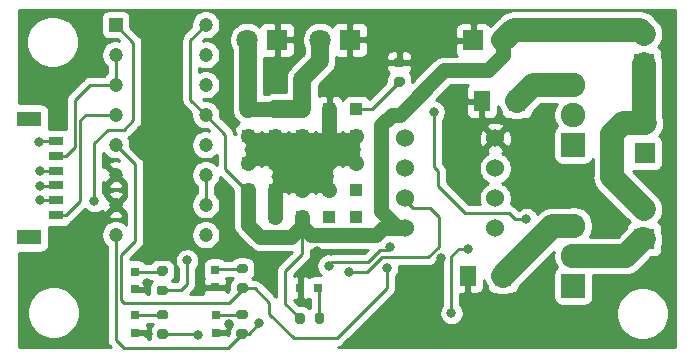
<source format=gtl>
%TF.GenerationSoftware,KiCad,Pcbnew,(5.1.10)-1*%
%TF.CreationDate,2021-11-25T14:26:07+01:00*%
%TF.ProjectId,POWER_BOARD,504f5745-525f-4424-9f41-52442e6b6963,V01*%
%TF.SameCoordinates,Original*%
%TF.FileFunction,Copper,L1,Top*%
%TF.FilePolarity,Positive*%
%FSLAX46Y46*%
G04 Gerber Fmt 4.6, Leading zero omitted, Abs format (unit mm)*
G04 Created by KiCad (PCBNEW (5.1.10)-1) date 2021-11-25 14:26:07*
%MOMM*%
%LPD*%
G01*
G04 APERTURE LIST*
%TA.AperFunction,ComponentPad*%
%ADD10C,1.524000*%
%TD*%
%TA.AperFunction,SMDPad,CuDef*%
%ADD11R,1.450000X1.800000*%
%TD*%
%TA.AperFunction,SMDPad,CuDef*%
%ADD12R,0.800000X0.800000*%
%TD*%
%TA.AperFunction,ComponentPad*%
%ADD13R,1.200000X1.200000*%
%TD*%
%TA.AperFunction,ComponentPad*%
%ADD14C,1.200000*%
%TD*%
%TA.AperFunction,ComponentPad*%
%ADD15R,1.800000X1.800000*%
%TD*%
%TA.AperFunction,ComponentPad*%
%ADD16C,1.800000*%
%TD*%
%TA.AperFunction,SMDPad,CuDef*%
%ADD17R,1.060000X1.060000*%
%TD*%
%TA.AperFunction,ComponentPad*%
%ADD18C,2.070000*%
%TD*%
%TA.AperFunction,ComponentPad*%
%ADD19R,2.070000X2.070000*%
%TD*%
%TA.AperFunction,SMDPad,CuDef*%
%ADD20R,1.200000X0.800000*%
%TD*%
%TA.AperFunction,SMDPad,CuDef*%
%ADD21R,2.150000X1.300000*%
%TD*%
%TA.AperFunction,ViaPad*%
%ADD22C,0.800000*%
%TD*%
%TA.AperFunction,Conductor*%
%ADD23C,0.250000*%
%TD*%
%TA.AperFunction,Conductor*%
%ADD24C,1.250000*%
%TD*%
%TA.AperFunction,Conductor*%
%ADD25C,2.000000*%
%TD*%
%TA.AperFunction,Conductor*%
%ADD26C,1.500000*%
%TD*%
%TA.AperFunction,Conductor*%
%ADD27C,0.254000*%
%TD*%
%TA.AperFunction,Conductor*%
%ADD28C,0.100000*%
%TD*%
G04 APERTURE END LIST*
D10*
%TO.P,U3,1*%
%TO.N,BUZZ1*%
X136049000Y-99216400D03*
%TO.P,U3,2*%
%TO.N,Net-(R14-Pad1)*%
X136049000Y-96676400D03*
%TO.P,U3,3*%
%TO.N,AMP1*%
X136049000Y-94136400D03*
%TO.P,U3,4*%
%TO.N,GND*%
X136049000Y-91596400D03*
%TO.P,U3,5*%
%TO.N,AMP2*%
X128429000Y-91596400D03*
%TO.P,U3,6*%
%TO.N,Net-(R17-Pad1)*%
X128429000Y-94136400D03*
%TO.P,U3,7*%
%TO.N,BUZZ2*%
X128429000Y-96676400D03*
%TO.P,U3,8*%
%TO.N,VCC*%
X128429000Y-99216400D03*
%TD*%
D11*
%TO.P,U1,1*%
%TO.N,FUSE2*%
X137877800Y-88446800D03*
%TO.P,U1,2*%
%TO.N,GND*%
X134927800Y-88446800D03*
%TD*%
%TO.P,U2,2*%
%TO.N,GND*%
X133734000Y-103229600D03*
%TO.P,U2,1*%
%TO.N,FUSE1*%
X136684000Y-103229600D03*
%TD*%
%TO.P,R1,2*%
%TO.N,VCC*%
%TA.AperFunction,SMDPad,CuDef*%
G36*
G01*
X119913600Y-106561400D02*
X119913600Y-107111400D01*
G75*
G02*
X119713600Y-107311400I-200000J0D01*
G01*
X119313600Y-107311400D01*
G75*
G02*
X119113600Y-107111400I0J200000D01*
G01*
X119113600Y-106561400D01*
G75*
G02*
X119313600Y-106361400I200000J0D01*
G01*
X119713600Y-106361400D01*
G75*
G02*
X119913600Y-106561400I0J-200000D01*
G01*
G37*
%TD.AperFunction*%
%TO.P,R1,1*%
%TO.N,Net-(D1-Pad2)*%
%TA.AperFunction,SMDPad,CuDef*%
G36*
G01*
X121563600Y-106561400D02*
X121563600Y-107111400D01*
G75*
G02*
X121363600Y-107311400I-200000J0D01*
G01*
X120963600Y-107311400D01*
G75*
G02*
X120763600Y-107111400I0J200000D01*
G01*
X120763600Y-106561400D01*
G75*
G02*
X120963600Y-106361400I200000J0D01*
G01*
X121363600Y-106361400D01*
G75*
G02*
X121563600Y-106561400I0J-200000D01*
G01*
G37*
%TD.AperFunction*%
%TD*%
%TO.P,R6,1*%
%TO.N,Net-(D2-Pad2)*%
%TA.AperFunction,SMDPad,CuDef*%
G36*
G01*
X107605400Y-106131600D02*
X108155400Y-106131600D01*
G75*
G02*
X108355400Y-106331600I0J-200000D01*
G01*
X108355400Y-106731600D01*
G75*
G02*
X108155400Y-106931600I-200000J0D01*
G01*
X107605400Y-106931600D01*
G75*
G02*
X107405400Y-106731600I0J200000D01*
G01*
X107405400Y-106331600D01*
G75*
G02*
X107605400Y-106131600I200000J0D01*
G01*
G37*
%TD.AperFunction*%
%TO.P,R6,2*%
%TO.N,PYRO1*%
%TA.AperFunction,SMDPad,CuDef*%
G36*
G01*
X107605400Y-107781600D02*
X108155400Y-107781600D01*
G75*
G02*
X108355400Y-107981600I0J-200000D01*
G01*
X108355400Y-108381600D01*
G75*
G02*
X108155400Y-108581600I-200000J0D01*
G01*
X107605400Y-108581600D01*
G75*
G02*
X107405400Y-108381600I0J200000D01*
G01*
X107405400Y-107981600D01*
G75*
G02*
X107605400Y-107781600I200000J0D01*
G01*
G37*
%TD.AperFunction*%
%TD*%
%TO.P,R7,2*%
%TO.N,PYRO2*%
%TA.AperFunction,SMDPad,CuDef*%
G36*
G01*
X107580000Y-104073200D02*
X108130000Y-104073200D01*
G75*
G02*
X108330000Y-104273200I0J-200000D01*
G01*
X108330000Y-104673200D01*
G75*
G02*
X108130000Y-104873200I-200000J0D01*
G01*
X107580000Y-104873200D01*
G75*
G02*
X107380000Y-104673200I0J200000D01*
G01*
X107380000Y-104273200D01*
G75*
G02*
X107580000Y-104073200I200000J0D01*
G01*
G37*
%TD.AperFunction*%
%TO.P,R7,1*%
%TO.N,Net-(D3-Pad2)*%
%TA.AperFunction,SMDPad,CuDef*%
G36*
G01*
X107580000Y-102423200D02*
X108130000Y-102423200D01*
G75*
G02*
X108330000Y-102623200I0J-200000D01*
G01*
X108330000Y-103023200D01*
G75*
G02*
X108130000Y-103223200I-200000J0D01*
G01*
X107580000Y-103223200D01*
G75*
G02*
X107380000Y-103023200I0J200000D01*
G01*
X107380000Y-102623200D01*
G75*
G02*
X107580000Y-102423200I200000J0D01*
G01*
G37*
%TD.AperFunction*%
%TD*%
%TO.P,R12,2*%
%TO.N,BUZZ1*%
%TA.AperFunction,SMDPad,CuDef*%
G36*
G01*
X114361800Y-103895400D02*
X114911800Y-103895400D01*
G75*
G02*
X115111800Y-104095400I0J-200000D01*
G01*
X115111800Y-104495400D01*
G75*
G02*
X114911800Y-104695400I-200000J0D01*
G01*
X114361800Y-104695400D01*
G75*
G02*
X114161800Y-104495400I0J200000D01*
G01*
X114161800Y-104095400D01*
G75*
G02*
X114361800Y-103895400I200000J0D01*
G01*
G37*
%TD.AperFunction*%
%TO.P,R12,1*%
%TO.N,Net-(D4-Pad2)*%
%TA.AperFunction,SMDPad,CuDef*%
G36*
G01*
X114361800Y-102245400D02*
X114911800Y-102245400D01*
G75*
G02*
X115111800Y-102445400I0J-200000D01*
G01*
X115111800Y-102845400D01*
G75*
G02*
X114911800Y-103045400I-200000J0D01*
G01*
X114361800Y-103045400D01*
G75*
G02*
X114161800Y-102845400I0J200000D01*
G01*
X114161800Y-102445400D01*
G75*
G02*
X114361800Y-102245400I200000J0D01*
G01*
G37*
%TD.AperFunction*%
%TD*%
%TO.P,R13,1*%
%TO.N,Net-(D5-Pad2)*%
%TA.AperFunction,SMDPad,CuDef*%
G36*
G01*
X114336400Y-106106200D02*
X114886400Y-106106200D01*
G75*
G02*
X115086400Y-106306200I0J-200000D01*
G01*
X115086400Y-106706200D01*
G75*
G02*
X114886400Y-106906200I-200000J0D01*
G01*
X114336400Y-106906200D01*
G75*
G02*
X114136400Y-106706200I0J200000D01*
G01*
X114136400Y-106306200D01*
G75*
G02*
X114336400Y-106106200I200000J0D01*
G01*
G37*
%TD.AperFunction*%
%TO.P,R13,2*%
%TO.N,BUZZ2*%
%TA.AperFunction,SMDPad,CuDef*%
G36*
G01*
X114336400Y-107756200D02*
X114886400Y-107756200D01*
G75*
G02*
X115086400Y-107956200I0J-200000D01*
G01*
X115086400Y-108356200D01*
G75*
G02*
X114886400Y-108556200I-200000J0D01*
G01*
X114336400Y-108556200D01*
G75*
G02*
X114136400Y-108356200I0J200000D01*
G01*
X114136400Y-107956200D01*
G75*
G02*
X114336400Y-107756200I200000J0D01*
G01*
G37*
%TD.AperFunction*%
%TD*%
%TO.P,R18,1*%
%TO.N,Net-(PS1-PadE5)*%
%TA.AperFunction,SMDPad,CuDef*%
G36*
G01*
X128196000Y-87220200D02*
X127646000Y-87220200D01*
G75*
G02*
X127446000Y-87020200I0J200000D01*
G01*
X127446000Y-86620200D01*
G75*
G02*
X127646000Y-86420200I200000J0D01*
G01*
X128196000Y-86420200D01*
G75*
G02*
X128396000Y-86620200I0J-200000D01*
G01*
X128396000Y-87020200D01*
G75*
G02*
X128196000Y-87220200I-200000J0D01*
G01*
G37*
%TD.AperFunction*%
%TO.P,R18,2*%
%TO.N,GND*%
%TA.AperFunction,SMDPad,CuDef*%
G36*
G01*
X128196000Y-85570200D02*
X127646000Y-85570200D01*
G75*
G02*
X127446000Y-85370200I0J200000D01*
G01*
X127446000Y-84970200D01*
G75*
G02*
X127646000Y-84770200I200000J0D01*
G01*
X128196000Y-84770200D01*
G75*
G02*
X128396000Y-84970200I0J-200000D01*
G01*
X128396000Y-85370200D01*
G75*
G02*
X128196000Y-85570200I-200000J0D01*
G01*
G37*
%TD.AperFunction*%
%TD*%
D12*
%TO.P,D1,2*%
%TO.N,Net-(D1-Pad2)*%
X121063000Y-104245600D03*
%TO.P,D1,1*%
%TO.N,GND*%
X119563000Y-104245600D03*
%TD*%
%TO.P,D2,1*%
%TO.N,GND*%
X105594400Y-108082400D03*
%TO.P,D2,2*%
%TO.N,Net-(D2-Pad2)*%
X105594400Y-106582400D03*
%TD*%
%TO.P,D3,2*%
%TO.N,Net-(D3-Pad2)*%
X105543600Y-102899400D03*
%TO.P,D3,1*%
%TO.N,GND*%
X105543600Y-104399400D03*
%TD*%
%TO.P,D4,1*%
%TO.N,GND*%
X112325400Y-104221600D03*
%TO.P,D4,2*%
%TO.N,Net-(D4-Pad2)*%
X112325400Y-102721600D03*
%TD*%
%TO.P,D5,2*%
%TO.N,Net-(D5-Pad2)*%
X112427000Y-106582400D03*
%TO.P,D5,1*%
%TO.N,GND*%
X112427000Y-108082400D03*
%TD*%
D13*
%TO.P,IC1,1*%
%TO.N,PYRO1IN*%
X103918000Y-81995200D03*
D14*
%TO.P,IC1,2*%
%TO.N,GNDIN*%
X103918000Y-84535200D03*
%TO.P,IC1,3*%
X103918000Y-87075200D03*
%TO.P,IC1,4*%
%TO.N,PYRO2IN*%
X103918000Y-89615200D03*
%TO.P,IC1,5*%
%TO.N,BUZZ1*%
X103918000Y-92155200D03*
%TO.P,IC1,6*%
%TO.N,GND*%
X103918000Y-94695200D03*
%TO.P,IC1,7*%
X103918000Y-97235200D03*
%TO.P,IC1,8*%
%TO.N,BUZZ2*%
X103918000Y-99775200D03*
%TO.P,IC1,9*%
%TO.N,PDECT1IN*%
X111538000Y-99775200D03*
%TO.P,IC1,10*%
%TO.N,3V3IN*%
X111538000Y-97235200D03*
%TO.P,IC1,11*%
X111538000Y-94695200D03*
%TO.P,IC1,12*%
%TO.N,PDECT2IN*%
X111538000Y-92155200D03*
%TO.P,IC1,13*%
%TO.N,VCC*%
X111538000Y-89615200D03*
%TO.P,IC1,14*%
%TO.N,OPTO2*%
X111538000Y-87075200D03*
%TO.P,IC1,15*%
%TO.N,OPTO1*%
X111538000Y-84535200D03*
%TO.P,IC1,16*%
%TO.N,VCC*%
X111538000Y-81995200D03*
%TD*%
D15*
%TO.P,J2,1*%
%TO.N,PYROTERMIN*%
X148647400Y-85297200D03*
D16*
%TO.P,J2,2*%
%TO.N,VCC*%
X148647400Y-82757200D03*
%TD*%
%TO.P,J3,2*%
%TO.N,PYROTERMIN*%
X148647400Y-97616200D03*
D15*
%TO.P,J3,1*%
%TO.N,PYRO1*%
X148647400Y-100156200D03*
%TD*%
%TO.P,J4,1*%
%TO.N,PYRO2*%
X148698200Y-92841000D03*
D16*
%TO.P,J4,2*%
%TO.N,PYROTERMIN*%
X148698200Y-90301000D03*
%TD*%
%TO.P,J5,2*%
%TO.N,VINSERVO2*%
X121215400Y-83265200D03*
D15*
%TO.P,J5,1*%
%TO.N,GND*%
X123755400Y-83265200D03*
%TD*%
%TO.P,J6,1*%
%TO.N,GND*%
X117583200Y-83265200D03*
D16*
%TO.P,J6,2*%
%TO.N,VINSERVO2*%
X115043200Y-83265200D03*
%TD*%
%TO.P,J7,2*%
%TO.N,VCC*%
X136734800Y-83316000D03*
D15*
%TO.P,J7,1*%
%TO.N,GND*%
X134194800Y-83316000D03*
%TD*%
D17*
%TO.P,PS1,A1*%
%TO.N,VCC*%
X115128800Y-98241800D03*
%TO.P,PS1,A2*%
X115128800Y-95951800D03*
%TO.P,PS1,A3*%
%TO.N,GND*%
X115128800Y-93661800D03*
%TO.P,PS1,A4*%
X115128800Y-91371800D03*
%TO.P,PS1,A5*%
%TO.N,VINSERVO2*%
X115128800Y-89081800D03*
%TO.P,PS1,B1*%
%TO.N,GND*%
X117418800Y-98241800D03*
%TO.P,PS1,B2*%
X117418800Y-95951800D03*
%TO.P,PS1,B3*%
X117418800Y-93661800D03*
%TO.P,PS1,B4*%
X117418800Y-91371800D03*
%TO.P,PS1,B5*%
%TO.N,VINSERVO2*%
X117418800Y-89081800D03*
%TO.P,PS1,C1*%
%TO.N,VCC*%
X119708800Y-98241800D03*
%TO.P,PS1,C2*%
%TO.N,GND*%
X119708800Y-95951800D03*
%TO.P,PS1,C3*%
X119708800Y-93661800D03*
%TO.P,PS1,C4*%
X119708800Y-91371800D03*
%TO.P,PS1,C5*%
%TO.N,VINSERVO2*%
X119708800Y-89081800D03*
%TO.P,PS1,D1*%
%TO.N,Net-(PS1-PadD1)*%
X121998800Y-98241800D03*
%TO.P,PS1,D2*%
%TO.N,GND*%
X121998800Y-95951800D03*
%TO.P,PS1,D3*%
X121998800Y-93661800D03*
%TO.P,PS1,D4*%
X121998800Y-91371800D03*
%TO.P,PS1,D5*%
X121998800Y-89081800D03*
%TO.P,PS1,E1*%
%TO.N,Net-(PS1-PadE1)*%
X124288800Y-98241800D03*
%TO.P,PS1,E2*%
%TO.N,Net-(PS1-PadE2)*%
X124288800Y-95951800D03*
%TO.P,PS1,E3*%
%TO.N,GND*%
X124288800Y-93661800D03*
%TO.P,PS1,E4*%
X124288800Y-91371800D03*
%TO.P,PS1,E5*%
%TO.N,Net-(PS1-PadE5)*%
X124288800Y-89081800D03*
%TD*%
D18*
%TO.P,Q1,3*%
%TO.N,FUSE1*%
X142653000Y-99013200D03*
%TO.P,Q1,2*%
%TO.N,PYRO1*%
X142653000Y-101553200D03*
D19*
%TO.P,Q1,1*%
%TO.N,Net-(Q1-Pad1)*%
X142653000Y-104093200D03*
%TD*%
%TO.P,Q2,1*%
%TO.N,Net-(Q2-Pad1)*%
X142653000Y-92155200D03*
D18*
%TO.P,Q2,2*%
%TO.N,PYRO2*%
X142653000Y-89615200D03*
%TO.P,Q2,3*%
%TO.N,FUSE2*%
X142653000Y-87075200D03*
%TD*%
D20*
%TO.P,J9,1*%
%TO.N,PYRO2IN*%
X98891140Y-98091980D03*
%TO.P,J9,2*%
%TO.N,PYRO1IN*%
X98891140Y-96841980D03*
%TO.P,J9,3*%
%TO.N,PDECT1IN*%
X98891140Y-95591980D03*
%TO.P,J9,4*%
%TO.N,PDECT2IN*%
X98891140Y-94341980D03*
%TO.P,J9,5*%
%TO.N,GNDIN*%
X98891140Y-93091980D03*
%TO.P,J9,6*%
%TO.N,3V3IN*%
X98891140Y-91841980D03*
D21*
%TO.P,J9,MP1*%
%TO.N,Net-(J9-PadMP1)*%
X96596140Y-99991980D03*
%TO.P,J9,MP2*%
%TO.N,Net-(J9-PadMP2)*%
X96596140Y-89941980D03*
%TD*%
D22*
%TO.N,GND*%
X106610400Y-103839200D03*
X106661200Y-108157200D03*
X131423660Y-101703060D03*
X128683000Y-104093200D03*
X127692400Y-106988800D03*
X120961400Y-101172200D03*
X113506500Y-107313920D03*
%TO.N,PYRO1IN*%
X97494340Y-96821180D03*
X102122220Y-96920240D03*
%TO.N,BUZZ1*%
X126879600Y-102569200D03*
%TO.N,BUZZ2*%
X116084600Y-107268200D03*
X123679200Y-102950200D03*
%TO.N,OPTO2*%
X138690600Y-98454400D03*
X130842000Y-89361200D03*
%TO.N,PYRO1*%
X110852200Y-108284200D03*
%TO.N,PYRO2*%
X127184400Y-100765800D03*
X121952000Y-102391400D03*
X109963200Y-101934200D03*
%TO.N,AMP1*%
X133763000Y-100943600D03*
X132340600Y-106404600D03*
%TO.N,PDECT1IN*%
X97496880Y-95645160D03*
%TO.N,3V3IN*%
X97433380Y-91893580D03*
%TO.N,PDECT2IN*%
X97512120Y-94339600D03*
%TD*%
D23*
%TO.N,Net-(D1-Pad2)*%
X121163600Y-104346200D02*
X121063000Y-104245600D01*
X121163600Y-106836400D02*
X121163600Y-104346200D01*
%TO.N,GND*%
X113493800Y-107217400D02*
X113493800Y-107700000D01*
X113111400Y-108082400D02*
X112427000Y-108082400D01*
X113493800Y-107700000D02*
X113111400Y-108082400D01*
D24*
X119708800Y-91371800D02*
X121998800Y-93661800D01*
X119708800Y-93661800D02*
X121998800Y-91371800D01*
X121998800Y-91371800D02*
X124288800Y-93661800D01*
X121998800Y-93661800D02*
X124288800Y-91371800D01*
X121998800Y-93661800D02*
X119708800Y-95951800D01*
X119708800Y-93661800D02*
X121998800Y-95951800D01*
X119708800Y-95951800D02*
X117418800Y-93661800D01*
X117418800Y-95951800D02*
X119708800Y-93661800D01*
X117418800Y-93661800D02*
X115128800Y-91371800D01*
X115128800Y-93661800D02*
X117418800Y-91371800D01*
X117418800Y-91371800D02*
X119708800Y-93661800D01*
X117418800Y-93661800D02*
X119708800Y-91371800D01*
X117418800Y-98241800D02*
X117418800Y-95951800D01*
X121998800Y-89081800D02*
X121998800Y-91371800D01*
D23*
%TO.N,Net-(D2-Pad2)*%
X107829600Y-106582400D02*
X107880400Y-106531600D01*
X105594400Y-106582400D02*
X107829600Y-106582400D01*
%TO.N,Net-(D3-Pad2)*%
X107778800Y-102899400D02*
X107855000Y-102823200D01*
X105543600Y-102899400D02*
X107778800Y-102899400D01*
%TO.N,Net-(D4-Pad2)*%
X112401600Y-102645400D02*
X112325400Y-102721600D01*
X114636800Y-102645400D02*
X112401600Y-102645400D01*
%TO.N,Net-(D5-Pad2)*%
X114535200Y-106582400D02*
X114611400Y-106506200D01*
X112427000Y-106582400D02*
X114535200Y-106582400D01*
%TO.N,PYRO1IN*%
X103460800Y-81995200D02*
X103918000Y-81995200D01*
X102122220Y-95710900D02*
X102122220Y-92015500D01*
X102122220Y-92015500D02*
X103260140Y-90877580D01*
X103260140Y-90877580D02*
X104634280Y-90877580D01*
X104634280Y-90877580D02*
X105419140Y-90092720D01*
X105419140Y-83496340D02*
X103918000Y-81995200D01*
X105419140Y-90092720D02*
X105419140Y-83496340D01*
X99226142Y-96841980D02*
X98891140Y-96841980D01*
X102122220Y-95710900D02*
X102122220Y-96920240D01*
X102122220Y-96920240D02*
X102122220Y-96920240D01*
X98870340Y-96821180D02*
X98891140Y-96841980D01*
X97494340Y-96821180D02*
X98870340Y-96821180D01*
%TO.N,GNDIN*%
X103918000Y-84535200D02*
X103918000Y-87075200D01*
X103918000Y-87075200D02*
X101769160Y-87075200D01*
X101769160Y-87075200D02*
X100478840Y-88365520D01*
X99741140Y-93091980D02*
X98891140Y-93091980D01*
X100478840Y-92354280D02*
X99741140Y-93091980D01*
X100478840Y-88365520D02*
X100478840Y-92354280D01*
%TO.N,PYRO2IN*%
X99741140Y-98091980D02*
X98891140Y-98091980D01*
X100928850Y-96904270D02*
X99741140Y-98091980D01*
X100928850Y-90064350D02*
X100928850Y-96904270D01*
X101378000Y-89615200D02*
X100928850Y-90064350D01*
X103918000Y-89615200D02*
X101378000Y-89615200D01*
%TO.N,BUZZ1*%
X114636800Y-104295400D02*
X114636800Y-104448800D01*
X114636800Y-104448800D02*
X113544600Y-105541000D01*
X104629200Y-105541000D02*
X104400600Y-105312400D01*
X113544600Y-105541000D02*
X104629200Y-105541000D01*
X104400600Y-105312400D02*
X104400600Y-101477000D01*
X104400600Y-101477000D02*
X105569000Y-100308600D01*
X105569000Y-93806200D02*
X103918000Y-92155200D01*
X105569000Y-100308600D02*
X105569000Y-93806200D01*
X126879600Y-102569200D02*
X126879600Y-104296400D01*
X126879600Y-104296400D02*
X122637800Y-108538200D01*
X122637800Y-108538200D02*
X119005600Y-108538200D01*
X119005600Y-108538200D02*
X116922800Y-106455400D01*
X116922800Y-106455400D02*
X116922800Y-105515600D01*
X115702600Y-104295400D02*
X114636800Y-104295400D01*
X116922800Y-105515600D02*
X115702600Y-104295400D01*
%TO.N,BUZZ2*%
X103918000Y-99775200D02*
X103918000Y-108639800D01*
X103918000Y-108639800D02*
X104629200Y-109351000D01*
X113416600Y-109351000D02*
X114611400Y-108156200D01*
X104629200Y-109351000D02*
X113416600Y-109351000D01*
X115196600Y-108156200D02*
X116084600Y-107268200D01*
X114611400Y-108156200D02*
X115196600Y-108156200D01*
X128810000Y-96676400D02*
X128429000Y-96676400D01*
X125203200Y-102950200D02*
X123679200Y-102950200D01*
X130384800Y-101680200D02*
X126473200Y-101680200D01*
X131299200Y-100765800D02*
X130384800Y-101680200D01*
X131299200Y-98251200D02*
X131299200Y-100765800D01*
X130511800Y-97463800D02*
X131299200Y-98251200D01*
X126473200Y-101680200D02*
X125203200Y-102950200D01*
X129064000Y-97463800D02*
X130511800Y-97463800D01*
X128429000Y-96828800D02*
X129064000Y-97463800D01*
X128429000Y-96676400D02*
X128429000Y-96828800D01*
D25*
%TO.N,VCC*%
X136734800Y-83316000D02*
X137649200Y-82401600D01*
X148291800Y-82401600D02*
X148647400Y-82757200D01*
X137649200Y-82401600D02*
X148291800Y-82401600D01*
D23*
X115128800Y-95951800D02*
X114953600Y-95951800D01*
X114953600Y-95951800D02*
X113214400Y-94212600D01*
X113214400Y-91291600D02*
X111538000Y-89615200D01*
X113214400Y-94212600D02*
X113214400Y-91291600D01*
X111538000Y-81995200D02*
X110242600Y-83290600D01*
X110242600Y-88319800D02*
X111538000Y-89615200D01*
X110242600Y-83290600D02*
X110242600Y-88319800D01*
X119708800Y-98241800D02*
X119708800Y-101408800D01*
X119708800Y-101408800D02*
X118269000Y-102848600D01*
X118269000Y-105591800D02*
X119513600Y-106836400D01*
X118269000Y-102848600D02*
X118269000Y-105591800D01*
D24*
X136734800Y-83316000D02*
X136734800Y-84560600D01*
X136734800Y-84560600D02*
X135439400Y-85856000D01*
X135439400Y-85856000D02*
X131756400Y-85856000D01*
X131756400Y-85856000D02*
X127997200Y-89615200D01*
X127997200Y-89615200D02*
X127311400Y-89615200D01*
X127311400Y-89615200D02*
X126422400Y-90504200D01*
X126422400Y-90504200D02*
X126422400Y-97794000D01*
X127844800Y-99216400D02*
X128429000Y-99216400D01*
X126422400Y-97794000D02*
X127844800Y-99216400D01*
X115128800Y-98241800D02*
X115128800Y-98921000D01*
X115128800Y-98921000D02*
X116160800Y-99953000D01*
X116160800Y-99953000D02*
X118802400Y-99953000D01*
X119708800Y-99046600D02*
X119708800Y-98241800D01*
X118802400Y-99953000D02*
X119708800Y-99046600D01*
X115128800Y-98241800D02*
X115128800Y-95951800D01*
X120462800Y-99800600D02*
X119708800Y-99046600D01*
X125965200Y-99800600D02*
X120462800Y-99800600D01*
X126549400Y-99216400D02*
X125965200Y-99800600D01*
X128429000Y-99216400D02*
X126549400Y-99216400D01*
D23*
%TO.N,OPTO2*%
X138690600Y-98454400D02*
X137750800Y-98454400D01*
X137750800Y-98454400D02*
X137242800Y-97946400D01*
X133534400Y-97946400D02*
X131197600Y-95609600D01*
X137242800Y-97946400D02*
X133534400Y-97946400D01*
X131197600Y-94387002D02*
X130842000Y-94031402D01*
X131197600Y-95609600D02*
X131197600Y-94387002D01*
X130842000Y-94031402D02*
X130842000Y-89361200D01*
X130842000Y-89361200D02*
X130842000Y-89361200D01*
D25*
%TO.N,PYRO1*%
X148647400Y-100156200D02*
X148495000Y-100156200D01*
X147098000Y-101553200D02*
X142653000Y-101553200D01*
X148495000Y-100156200D02*
X147098000Y-101553200D01*
D23*
X142653000Y-101553200D02*
X141840200Y-101553200D01*
X110749600Y-108181600D02*
X110852200Y-108284200D01*
X107880400Y-108181600D02*
X110749600Y-108181600D01*
%TO.N,PYRO2*%
X121952000Y-102391400D02*
X121952000Y-102391400D01*
X109963200Y-101934200D02*
X109963200Y-103940800D01*
X109430800Y-104473200D02*
X107855000Y-104473200D01*
X109963200Y-103940800D02*
X109430800Y-104473200D01*
X126320800Y-101070600D02*
X125279400Y-102112000D01*
X122231400Y-102112000D02*
X121952000Y-102391400D01*
X125279400Y-102112000D02*
X122231400Y-102112000D01*
X126879600Y-101070600D02*
X127184400Y-100765800D01*
X126320800Y-101070600D02*
X126879600Y-101070600D01*
D26*
%TO.N,VINSERVO2*%
X121215400Y-83265200D02*
X121215400Y-85043200D01*
X119708800Y-86549800D02*
X119708800Y-89081800D01*
X121215400Y-85043200D02*
X119708800Y-86549800D01*
X117418800Y-89081800D02*
X119708800Y-89081800D01*
X115128800Y-83350800D02*
X115043200Y-83265200D01*
X115128800Y-89081800D02*
X115128800Y-83350800D01*
D24*
X117418800Y-89081800D02*
X115128800Y-89081800D01*
D23*
%TO.N,Net-(PS1-PadE5)*%
X125659400Y-89081800D02*
X127921000Y-86820200D01*
X124288800Y-89081800D02*
X125659400Y-89081800D01*
D25*
%TO.N,FUSE1*%
X140900400Y-99013200D02*
X136684000Y-103229600D01*
X142653000Y-99013200D02*
X140900400Y-99013200D01*
%TO.N,FUSE2*%
X139249400Y-87075200D02*
X137877800Y-88446800D01*
X142653000Y-87075200D02*
X139249400Y-87075200D01*
D23*
%TO.N,AMP1*%
X133763000Y-100943600D02*
X133001000Y-100943600D01*
X133001000Y-100943600D02*
X132340600Y-101604000D01*
X132340600Y-101604000D02*
X132340600Y-106404600D01*
X132340600Y-106404600D02*
X132340600Y-106404600D01*
D25*
%TO.N,PYROTERMIN*%
X148647400Y-90250200D02*
X148698200Y-90301000D01*
X148647400Y-85297200D02*
X148647400Y-90250200D01*
X148698200Y-90301000D02*
X146894800Y-90301000D01*
X146894800Y-90301000D02*
X145929600Y-91266200D01*
X145929600Y-94898400D02*
X148647400Y-97616200D01*
X145929600Y-91266200D02*
X145929600Y-94898400D01*
D23*
%TO.N,PDECT1IN*%
X98837960Y-95645160D02*
X98891140Y-95591980D01*
X97496880Y-95645160D02*
X98837960Y-95645160D01*
%TO.N,3V3IN*%
X111538000Y-97235200D02*
X111538000Y-94695200D01*
X97484980Y-91841980D02*
X97433380Y-91893580D01*
X98891140Y-91841980D02*
X97484980Y-91841980D01*
%TO.N,PDECT2IN*%
X98888760Y-94339600D02*
X98891140Y-94341980D01*
X97512120Y-94339600D02*
X98888760Y-94339600D01*
%TD*%
D27*
%TO.N,GND*%
X151290001Y-109290000D02*
X122758388Y-109290000D01*
X122786786Y-109287203D01*
X122930047Y-109243746D01*
X123062076Y-109173174D01*
X123177801Y-109078201D01*
X123201604Y-109049197D01*
X127390603Y-104860199D01*
X127419601Y-104836401D01*
X127449967Y-104799400D01*
X127514574Y-104720677D01*
X127585146Y-104588647D01*
X127600556Y-104537846D01*
X127628603Y-104445386D01*
X127639600Y-104333733D01*
X127639600Y-104333724D01*
X127643276Y-104296401D01*
X127639600Y-104259078D01*
X127639600Y-103272911D01*
X127683537Y-103228974D01*
X127796805Y-103059456D01*
X127874826Y-102871098D01*
X127914600Y-102671139D01*
X127914600Y-102467261D01*
X127909217Y-102440200D01*
X130347478Y-102440200D01*
X130384800Y-102443876D01*
X130422122Y-102440200D01*
X130422133Y-102440200D01*
X130533786Y-102429203D01*
X130677047Y-102385746D01*
X130809076Y-102315174D01*
X130924801Y-102220201D01*
X130948603Y-102191198D01*
X131581416Y-101558386D01*
X131580600Y-101566668D01*
X131580600Y-101566678D01*
X131576924Y-101604000D01*
X131580600Y-101641323D01*
X131580601Y-105700888D01*
X131536663Y-105744826D01*
X131423395Y-105914344D01*
X131345374Y-106102702D01*
X131305600Y-106302661D01*
X131305600Y-106506539D01*
X131345374Y-106706498D01*
X131423395Y-106894856D01*
X131536663Y-107064374D01*
X131680826Y-107208537D01*
X131850344Y-107321805D01*
X132038702Y-107399826D01*
X132238661Y-107439600D01*
X132442539Y-107439600D01*
X132642498Y-107399826D01*
X132830856Y-107321805D01*
X133000374Y-107208537D01*
X133144537Y-107064374D01*
X133257805Y-106894856D01*
X133335826Y-106706498D01*
X133375600Y-106506539D01*
X133375600Y-106302661D01*
X133362196Y-106235272D01*
X146285400Y-106235272D01*
X146285400Y-106675528D01*
X146371290Y-107107325D01*
X146539769Y-107514069D01*
X146784362Y-107880129D01*
X147095671Y-108191438D01*
X147461731Y-108436031D01*
X147868475Y-108604510D01*
X148300272Y-108690400D01*
X148740528Y-108690400D01*
X149172325Y-108604510D01*
X149579069Y-108436031D01*
X149945129Y-108191438D01*
X150256438Y-107880129D01*
X150501031Y-107514069D01*
X150669510Y-107107325D01*
X150755400Y-106675528D01*
X150755400Y-106235272D01*
X150669510Y-105803475D01*
X150501031Y-105396731D01*
X150256438Y-105030671D01*
X149945129Y-104719362D01*
X149579069Y-104474769D01*
X149172325Y-104306290D01*
X148740528Y-104220400D01*
X148300272Y-104220400D01*
X147868475Y-104306290D01*
X147461731Y-104474769D01*
X147095671Y-104719362D01*
X146784362Y-105030671D01*
X146539769Y-105396731D01*
X146371290Y-105803475D01*
X146285400Y-106235272D01*
X133362196Y-106235272D01*
X133335826Y-106102702D01*
X133257805Y-105914344D01*
X133144537Y-105744826D01*
X133100600Y-105700889D01*
X133100600Y-104767031D01*
X133448250Y-104764600D01*
X133607000Y-104605850D01*
X133607000Y-103356600D01*
X133587000Y-103356600D01*
X133587000Y-103102600D01*
X133607000Y-103102600D01*
X133607000Y-103082600D01*
X133861000Y-103082600D01*
X133861000Y-103102600D01*
X133881000Y-103102600D01*
X133881000Y-103356600D01*
X133861000Y-103356600D01*
X133861000Y-104605850D01*
X134019750Y-104764600D01*
X134459000Y-104767672D01*
X134583482Y-104755412D01*
X134703180Y-104719102D01*
X134813494Y-104660137D01*
X134910185Y-104580785D01*
X134989537Y-104484094D01*
X135048502Y-104373780D01*
X135084812Y-104254082D01*
X135097072Y-104129600D01*
X135094535Y-103622234D01*
X135166148Y-103858314D01*
X135317970Y-104142352D01*
X135322759Y-104148187D01*
X135333188Y-104254082D01*
X135369498Y-104373780D01*
X135428463Y-104484094D01*
X135507815Y-104580785D01*
X135604506Y-104660137D01*
X135714820Y-104719102D01*
X135834518Y-104755412D01*
X135959000Y-104767672D01*
X136121943Y-104767672D01*
X136363484Y-104840942D01*
X136684000Y-104872511D01*
X137004516Y-104840942D01*
X137246057Y-104767672D01*
X137409000Y-104767672D01*
X137533482Y-104755412D01*
X137653180Y-104719102D01*
X137763494Y-104660137D01*
X137860185Y-104580785D01*
X137939537Y-104484094D01*
X137998502Y-104373780D01*
X138034812Y-104254082D01*
X138041701Y-104184137D01*
X141019223Y-101206616D01*
X140983000Y-101388719D01*
X140983000Y-101717681D01*
X141047178Y-102040321D01*
X141173066Y-102344241D01*
X141287172Y-102515013D01*
X141263506Y-102527663D01*
X141166815Y-102607015D01*
X141087463Y-102703706D01*
X141028498Y-102814020D01*
X140992188Y-102933718D01*
X140979928Y-103058200D01*
X140979928Y-105128200D01*
X140992188Y-105252682D01*
X141028498Y-105372380D01*
X141087463Y-105482694D01*
X141166815Y-105579385D01*
X141263506Y-105658737D01*
X141373820Y-105717702D01*
X141493518Y-105754012D01*
X141618000Y-105766272D01*
X143688000Y-105766272D01*
X143812482Y-105754012D01*
X143932180Y-105717702D01*
X144042494Y-105658737D01*
X144139185Y-105579385D01*
X144218537Y-105482694D01*
X144277502Y-105372380D01*
X144313812Y-105252682D01*
X144326072Y-105128200D01*
X144326072Y-103188200D01*
X147017681Y-103188200D01*
X147098000Y-103196111D01*
X147178319Y-103188200D01*
X147178322Y-103188200D01*
X147418516Y-103164543D01*
X147726715Y-103071052D01*
X148010752Y-102919231D01*
X148259714Y-102714914D01*
X148310924Y-102652514D01*
X149269167Y-101694272D01*
X149547400Y-101694272D01*
X149671882Y-101682012D01*
X149791580Y-101645702D01*
X149901894Y-101586737D01*
X149998585Y-101507385D01*
X150077937Y-101410694D01*
X150136902Y-101300380D01*
X150173212Y-101180682D01*
X150185472Y-101056200D01*
X150185472Y-100718258D01*
X150258743Y-100476716D01*
X150290311Y-100156200D01*
X150258743Y-99835684D01*
X150185472Y-99594142D01*
X150185472Y-99256200D01*
X150173212Y-99131718D01*
X150136902Y-99012020D01*
X150077937Y-98901706D01*
X149998585Y-98805015D01*
X149901894Y-98725663D01*
X149867209Y-98707123D01*
X150013430Y-98528952D01*
X150165252Y-98244915D01*
X150258743Y-97936716D01*
X150290311Y-97616200D01*
X150258743Y-97295683D01*
X150165252Y-96987485D01*
X150013430Y-96703447D01*
X149860316Y-96516876D01*
X147714242Y-94370803D01*
X147798200Y-94379072D01*
X149598200Y-94379072D01*
X149722682Y-94366812D01*
X149842380Y-94330502D01*
X149952694Y-94271537D01*
X150049385Y-94192185D01*
X150128737Y-94095494D01*
X150187702Y-93985180D01*
X150224012Y-93865482D01*
X150236272Y-93741000D01*
X150236272Y-91941000D01*
X150224012Y-91816518D01*
X150187702Y-91696820D01*
X150128737Y-91586506D01*
X150049385Y-91489815D01*
X149952694Y-91410463D01*
X149918010Y-91391924D01*
X150064231Y-91213752D01*
X150216052Y-90929715D01*
X150309543Y-90621516D01*
X150341111Y-90301000D01*
X150309543Y-89980484D01*
X150282400Y-89891005D01*
X150282400Y-85216878D01*
X150258743Y-84976684D01*
X150185472Y-84735142D01*
X150185472Y-84397200D01*
X150173212Y-84272718D01*
X150136902Y-84153020D01*
X150077937Y-84042706D01*
X149998585Y-83946015D01*
X149901894Y-83866663D01*
X149867209Y-83848123D01*
X150013430Y-83669952D01*
X150165251Y-83385914D01*
X150258742Y-83077716D01*
X150290311Y-82757199D01*
X150258742Y-82436683D01*
X150165251Y-82128485D01*
X150013430Y-81844448D01*
X149860315Y-81657877D01*
X149504725Y-81302287D01*
X149453514Y-81239886D01*
X149204552Y-81035569D01*
X148920515Y-80883748D01*
X148612316Y-80790257D01*
X148372122Y-80766600D01*
X148372119Y-80766600D01*
X148291800Y-80758689D01*
X148211481Y-80766600D01*
X137729519Y-80766600D01*
X137649200Y-80758689D01*
X137568880Y-80766600D01*
X137568878Y-80766600D01*
X137328684Y-80790257D01*
X137020485Y-80883748D01*
X136736448Y-81035569D01*
X136487486Y-81239886D01*
X136436275Y-81302287D01*
X135643352Y-82095210D01*
X135625337Y-82061506D01*
X135545985Y-81964815D01*
X135449294Y-81885463D01*
X135338980Y-81826498D01*
X135219282Y-81790188D01*
X135094800Y-81777928D01*
X134480550Y-81781000D01*
X134321800Y-81939750D01*
X134321800Y-83189000D01*
X134341800Y-83189000D01*
X134341800Y-83443000D01*
X134321800Y-83443000D01*
X134321800Y-83463000D01*
X134067800Y-83463000D01*
X134067800Y-83443000D01*
X132818550Y-83443000D01*
X132659800Y-83601750D01*
X132656728Y-84216000D01*
X132668988Y-84340482D01*
X132705298Y-84460180D01*
X132764263Y-84570494D01*
X132785195Y-84596000D01*
X131818293Y-84596000D01*
X131756400Y-84589904D01*
X131694507Y-84596000D01*
X131509397Y-84614232D01*
X131271886Y-84686280D01*
X131052995Y-84803280D01*
X130861135Y-84960735D01*
X130821681Y-85008810D01*
X129034072Y-86796419D01*
X129034072Y-86620200D01*
X129017969Y-86456700D01*
X128970278Y-86299484D01*
X128892831Y-86154592D01*
X128809137Y-86052610D01*
X128847185Y-86021385D01*
X128926537Y-85924694D01*
X128985502Y-85814380D01*
X129021812Y-85694682D01*
X129034072Y-85570200D01*
X129031000Y-85455950D01*
X128872250Y-85297200D01*
X128048000Y-85297200D01*
X128048000Y-85317200D01*
X127794000Y-85317200D01*
X127794000Y-85297200D01*
X126969750Y-85297200D01*
X126811000Y-85455950D01*
X126807928Y-85570200D01*
X126820188Y-85694682D01*
X126856498Y-85814380D01*
X126915463Y-85924694D01*
X126994815Y-86021385D01*
X127032863Y-86052610D01*
X126949169Y-86154592D01*
X126871722Y-86299484D01*
X126824031Y-86456700D01*
X126807928Y-86620200D01*
X126807928Y-86858470D01*
X125391052Y-88275347D01*
X125349337Y-88197306D01*
X125269985Y-88100615D01*
X125173294Y-88021263D01*
X125062980Y-87962298D01*
X124943282Y-87925988D01*
X124818800Y-87913728D01*
X123758800Y-87913728D01*
X123634318Y-87925988D01*
X123514620Y-87962298D01*
X123404306Y-88021263D01*
X123307615Y-88100615D01*
X123228263Y-88197306D01*
X123169298Y-88307620D01*
X123143800Y-88391676D01*
X123118302Y-88307620D01*
X123059337Y-88197306D01*
X122979985Y-88100615D01*
X122883294Y-88021263D01*
X122772980Y-87962298D01*
X122653282Y-87925988D01*
X122528800Y-87913728D01*
X122284550Y-87916800D01*
X122125800Y-88075550D01*
X122125800Y-88954800D01*
X122145800Y-88954800D01*
X122145800Y-89208800D01*
X122125800Y-89208800D01*
X122125800Y-90088050D01*
X122264550Y-90226800D01*
X122125800Y-90365550D01*
X122125800Y-91244800D01*
X123005050Y-91244800D01*
X123143800Y-91106050D01*
X123282550Y-91244800D01*
X124161800Y-91244800D01*
X124161800Y-91224800D01*
X124415800Y-91224800D01*
X124415800Y-91244800D01*
X124435800Y-91244800D01*
X124435800Y-91498800D01*
X124415800Y-91498800D01*
X124415800Y-92378050D01*
X124554550Y-92516800D01*
X124415800Y-92655550D01*
X124415800Y-93534800D01*
X124435800Y-93534800D01*
X124435800Y-93788800D01*
X124415800Y-93788800D01*
X124415800Y-93808800D01*
X124161800Y-93808800D01*
X124161800Y-93788800D01*
X123282550Y-93788800D01*
X123143800Y-93927550D01*
X123005050Y-93788800D01*
X122125800Y-93788800D01*
X122125800Y-94668050D01*
X122264550Y-94806800D01*
X122125800Y-94945550D01*
X122125800Y-95824800D01*
X122145800Y-95824800D01*
X122145800Y-96078800D01*
X122125800Y-96078800D01*
X122125800Y-96098800D01*
X121871800Y-96098800D01*
X121871800Y-96078800D01*
X120992550Y-96078800D01*
X120853800Y-96217550D01*
X120715050Y-96078800D01*
X119835800Y-96078800D01*
X119835800Y-96098800D01*
X119581800Y-96098800D01*
X119581800Y-96078800D01*
X118702550Y-96078800D01*
X118563800Y-96217550D01*
X118425050Y-96078800D01*
X117545800Y-96078800D01*
X117545800Y-96958050D01*
X117684550Y-97096800D01*
X117545800Y-97235550D01*
X117545800Y-98114800D01*
X117565800Y-98114800D01*
X117565800Y-98368800D01*
X117545800Y-98368800D01*
X117545800Y-98388800D01*
X117291800Y-98388800D01*
X117291800Y-98368800D01*
X117271800Y-98368800D01*
X117271800Y-98114800D01*
X117291800Y-98114800D01*
X117291800Y-97235550D01*
X117153050Y-97096800D01*
X117291800Y-96958050D01*
X117291800Y-96078800D01*
X117271800Y-96078800D01*
X117271800Y-95824800D01*
X117291800Y-95824800D01*
X117291800Y-94945550D01*
X117153050Y-94806800D01*
X117291800Y-94668050D01*
X117291800Y-93788800D01*
X117545800Y-93788800D01*
X117545800Y-94668050D01*
X117684550Y-94806800D01*
X117545800Y-94945550D01*
X117545800Y-95824800D01*
X118425050Y-95824800D01*
X118563800Y-95686050D01*
X118702550Y-95824800D01*
X119581800Y-95824800D01*
X119581800Y-94945550D01*
X119443050Y-94806800D01*
X119581800Y-94668050D01*
X119581800Y-93788800D01*
X119835800Y-93788800D01*
X119835800Y-94668050D01*
X119974550Y-94806800D01*
X119835800Y-94945550D01*
X119835800Y-95824800D01*
X120715050Y-95824800D01*
X120853800Y-95686050D01*
X120992550Y-95824800D01*
X121871800Y-95824800D01*
X121871800Y-94945550D01*
X121733050Y-94806800D01*
X121871800Y-94668050D01*
X121871800Y-93788800D01*
X120992550Y-93788800D01*
X120853800Y-93927550D01*
X120715050Y-93788800D01*
X119835800Y-93788800D01*
X119581800Y-93788800D01*
X118702550Y-93788800D01*
X118563800Y-93927550D01*
X118425050Y-93788800D01*
X117545800Y-93788800D01*
X117291800Y-93788800D01*
X116412550Y-93788800D01*
X116273800Y-93927550D01*
X116135050Y-93788800D01*
X115255800Y-93788800D01*
X115255800Y-93808800D01*
X115001800Y-93808800D01*
X115001800Y-93788800D01*
X114981800Y-93788800D01*
X114981800Y-93534800D01*
X115001800Y-93534800D01*
X115001800Y-92655550D01*
X114863050Y-92516800D01*
X115001800Y-92378050D01*
X115001800Y-91498800D01*
X115255800Y-91498800D01*
X115255800Y-92378050D01*
X115394550Y-92516800D01*
X115255800Y-92655550D01*
X115255800Y-93534800D01*
X116135050Y-93534800D01*
X116273800Y-93396050D01*
X116412550Y-93534800D01*
X117291800Y-93534800D01*
X117291800Y-92655550D01*
X117153050Y-92516800D01*
X117291800Y-92378050D01*
X117291800Y-91498800D01*
X117545800Y-91498800D01*
X117545800Y-92378050D01*
X117684550Y-92516800D01*
X117545800Y-92655550D01*
X117545800Y-93534800D01*
X118425050Y-93534800D01*
X118563800Y-93396050D01*
X118702550Y-93534800D01*
X119581800Y-93534800D01*
X119581800Y-92655550D01*
X119443050Y-92516800D01*
X119581800Y-92378050D01*
X119581800Y-91498800D01*
X119835800Y-91498800D01*
X119835800Y-92378050D01*
X119974550Y-92516800D01*
X119835800Y-92655550D01*
X119835800Y-93534800D01*
X120715050Y-93534800D01*
X120853800Y-93396050D01*
X120992550Y-93534800D01*
X121871800Y-93534800D01*
X121871800Y-92655550D01*
X121733050Y-92516800D01*
X121871800Y-92378050D01*
X121871800Y-91498800D01*
X122125800Y-91498800D01*
X122125800Y-92378050D01*
X122264550Y-92516800D01*
X122125800Y-92655550D01*
X122125800Y-93534800D01*
X123005050Y-93534800D01*
X123143800Y-93396050D01*
X123282550Y-93534800D01*
X124161800Y-93534800D01*
X124161800Y-92655550D01*
X124023050Y-92516800D01*
X124161800Y-92378050D01*
X124161800Y-91498800D01*
X123282550Y-91498800D01*
X123143800Y-91637550D01*
X123005050Y-91498800D01*
X122125800Y-91498800D01*
X121871800Y-91498800D01*
X120992550Y-91498800D01*
X120853800Y-91637550D01*
X120715050Y-91498800D01*
X119835800Y-91498800D01*
X119581800Y-91498800D01*
X118702550Y-91498800D01*
X118563800Y-91637550D01*
X118425050Y-91498800D01*
X117545800Y-91498800D01*
X117291800Y-91498800D01*
X116412550Y-91498800D01*
X116273800Y-91637550D01*
X116135050Y-91498800D01*
X115255800Y-91498800D01*
X115001800Y-91498800D01*
X114981800Y-91498800D01*
X114981800Y-91244800D01*
X115001800Y-91244800D01*
X115001800Y-91224800D01*
X115255800Y-91224800D01*
X115255800Y-91244800D01*
X116135050Y-91244800D01*
X116273800Y-91106050D01*
X116412550Y-91244800D01*
X117291800Y-91244800D01*
X117291800Y-91224800D01*
X117545800Y-91224800D01*
X117545800Y-91244800D01*
X118425050Y-91244800D01*
X118563800Y-91106050D01*
X118702550Y-91244800D01*
X119581800Y-91244800D01*
X119581800Y-91224800D01*
X119835800Y-91224800D01*
X119835800Y-91244800D01*
X120715050Y-91244800D01*
X120853800Y-91106050D01*
X120992550Y-91244800D01*
X121871800Y-91244800D01*
X121871800Y-90365550D01*
X121733050Y-90226800D01*
X121871800Y-90088050D01*
X121871800Y-89208800D01*
X121851800Y-89208800D01*
X121851800Y-88954800D01*
X121871800Y-88954800D01*
X121871800Y-88075550D01*
X121713050Y-87916800D01*
X121468800Y-87913728D01*
X121344318Y-87925988D01*
X121224620Y-87962298D01*
X121114306Y-88021263D01*
X121093800Y-88038092D01*
X121093800Y-87123485D01*
X122146636Y-86070650D01*
X122199481Y-86027281D01*
X122283673Y-85924694D01*
X122372556Y-85816389D01*
X122373630Y-85814380D01*
X122501164Y-85575781D01*
X122580360Y-85314707D01*
X122600400Y-85111237D01*
X122600400Y-85111228D01*
X122607100Y-85043201D01*
X122600400Y-84975174D01*
X122600400Y-84748918D01*
X122611220Y-84754702D01*
X122730918Y-84791012D01*
X122855400Y-84803272D01*
X123469650Y-84800200D01*
X123628400Y-84641450D01*
X123628400Y-83392200D01*
X123882400Y-83392200D01*
X123882400Y-84641450D01*
X124041150Y-84800200D01*
X124655400Y-84803272D01*
X124779882Y-84791012D01*
X124848489Y-84770200D01*
X126807928Y-84770200D01*
X126811000Y-84884450D01*
X126969750Y-85043200D01*
X127794000Y-85043200D01*
X127794000Y-84293950D01*
X128048000Y-84293950D01*
X128048000Y-85043200D01*
X128872250Y-85043200D01*
X129031000Y-84884450D01*
X129034072Y-84770200D01*
X129021812Y-84645718D01*
X128985502Y-84526020D01*
X128926537Y-84415706D01*
X128847185Y-84319015D01*
X128750494Y-84239663D01*
X128640180Y-84180698D01*
X128520482Y-84144388D01*
X128396000Y-84132128D01*
X128206750Y-84135200D01*
X128048000Y-84293950D01*
X127794000Y-84293950D01*
X127635250Y-84135200D01*
X127446000Y-84132128D01*
X127321518Y-84144388D01*
X127201820Y-84180698D01*
X127091506Y-84239663D01*
X126994815Y-84319015D01*
X126915463Y-84415706D01*
X126856498Y-84526020D01*
X126820188Y-84645718D01*
X126807928Y-84770200D01*
X124848489Y-84770200D01*
X124899580Y-84754702D01*
X125009894Y-84695737D01*
X125106585Y-84616385D01*
X125185937Y-84519694D01*
X125244902Y-84409380D01*
X125281212Y-84289682D01*
X125293472Y-84165200D01*
X125290400Y-83550950D01*
X125131650Y-83392200D01*
X123882400Y-83392200D01*
X123628400Y-83392200D01*
X123608400Y-83392200D01*
X123608400Y-83138200D01*
X123628400Y-83138200D01*
X123628400Y-81888950D01*
X123882400Y-81888950D01*
X123882400Y-83138200D01*
X125131650Y-83138200D01*
X125290400Y-82979450D01*
X125293217Y-82416000D01*
X132656728Y-82416000D01*
X132659800Y-83030250D01*
X132818550Y-83189000D01*
X134067800Y-83189000D01*
X134067800Y-81939750D01*
X133909050Y-81781000D01*
X133294800Y-81777928D01*
X133170318Y-81790188D01*
X133050620Y-81826498D01*
X132940306Y-81885463D01*
X132843615Y-81964815D01*
X132764263Y-82061506D01*
X132705298Y-82171820D01*
X132668988Y-82291518D01*
X132656728Y-82416000D01*
X125293217Y-82416000D01*
X125293472Y-82365200D01*
X125281212Y-82240718D01*
X125244902Y-82121020D01*
X125185937Y-82010706D01*
X125106585Y-81914015D01*
X125009894Y-81834663D01*
X124899580Y-81775698D01*
X124779882Y-81739388D01*
X124655400Y-81727128D01*
X124041150Y-81730200D01*
X123882400Y-81888950D01*
X123628400Y-81888950D01*
X123469650Y-81730200D01*
X122855400Y-81727128D01*
X122730918Y-81739388D01*
X122611220Y-81775698D01*
X122500906Y-81834663D01*
X122404215Y-81914015D01*
X122324863Y-82010706D01*
X122265898Y-82121020D01*
X122260344Y-82139327D01*
X122193905Y-82072888D01*
X121942495Y-81904901D01*
X121663143Y-81789189D01*
X121366584Y-81730200D01*
X121064216Y-81730200D01*
X120767657Y-81789189D01*
X120488305Y-81904901D01*
X120236895Y-82072888D01*
X120023088Y-82286695D01*
X119855101Y-82538105D01*
X119739389Y-82817457D01*
X119680400Y-83114016D01*
X119680400Y-83416384D01*
X119739389Y-83712943D01*
X119830400Y-83932662D01*
X119830400Y-84469514D01*
X118777565Y-85522350D01*
X118724719Y-85565720D01*
X118681350Y-85618565D01*
X118681348Y-85618567D01*
X118632573Y-85678000D01*
X118551643Y-85776613D01*
X118472492Y-85924694D01*
X118423036Y-86017220D01*
X118368440Y-86197200D01*
X118343840Y-86278294D01*
X118323800Y-86481764D01*
X118323800Y-86481771D01*
X118317100Y-86549800D01*
X118323800Y-86617830D01*
X118323800Y-87696800D01*
X117350763Y-87696800D01*
X117147293Y-87716840D01*
X116886219Y-87796036D01*
X116838018Y-87821800D01*
X116513800Y-87821800D01*
X116513800Y-84777386D01*
X116558718Y-84791012D01*
X116683200Y-84803272D01*
X117297450Y-84800200D01*
X117456200Y-84641450D01*
X117456200Y-83392200D01*
X117710200Y-83392200D01*
X117710200Y-84641450D01*
X117868950Y-84800200D01*
X118483200Y-84803272D01*
X118607682Y-84791012D01*
X118727380Y-84754702D01*
X118837694Y-84695737D01*
X118934385Y-84616385D01*
X119013737Y-84519694D01*
X119072702Y-84409380D01*
X119109012Y-84289682D01*
X119121272Y-84165200D01*
X119118200Y-83550950D01*
X118959450Y-83392200D01*
X117710200Y-83392200D01*
X117456200Y-83392200D01*
X117436200Y-83392200D01*
X117436200Y-83138200D01*
X117456200Y-83138200D01*
X117456200Y-81888950D01*
X117710200Y-81888950D01*
X117710200Y-83138200D01*
X118959450Y-83138200D01*
X119118200Y-82979450D01*
X119121272Y-82365200D01*
X119109012Y-82240718D01*
X119072702Y-82121020D01*
X119013737Y-82010706D01*
X118934385Y-81914015D01*
X118837694Y-81834663D01*
X118727380Y-81775698D01*
X118607682Y-81739388D01*
X118483200Y-81727128D01*
X117868950Y-81730200D01*
X117710200Y-81888950D01*
X117456200Y-81888950D01*
X117297450Y-81730200D01*
X116683200Y-81727128D01*
X116558718Y-81739388D01*
X116439020Y-81775698D01*
X116328706Y-81834663D01*
X116232015Y-81914015D01*
X116152663Y-82010706D01*
X116093698Y-82121020D01*
X116088144Y-82139327D01*
X116021705Y-82072888D01*
X115770295Y-81904901D01*
X115490943Y-81789189D01*
X115194384Y-81730200D01*
X114892016Y-81730200D01*
X114595457Y-81789189D01*
X114316105Y-81904901D01*
X114064695Y-82072888D01*
X113850888Y-82286695D01*
X113682901Y-82538105D01*
X113567189Y-82817457D01*
X113508200Y-83114016D01*
X113508200Y-83416384D01*
X113567189Y-83712943D01*
X113682901Y-83992295D01*
X113743801Y-84083438D01*
X113743800Y-89149836D01*
X113763840Y-89353306D01*
X113843036Y-89614380D01*
X113971643Y-89854987D01*
X114144719Y-90065880D01*
X114355612Y-90238957D01*
X114371176Y-90247276D01*
X114354620Y-90252298D01*
X114244306Y-90311263D01*
X114147615Y-90390615D01*
X114068263Y-90487306D01*
X114009298Y-90597620D01*
X113972988Y-90717318D01*
X113960728Y-90841800D01*
X113963800Y-91086050D01*
X114122548Y-91244798D01*
X113973467Y-91244798D01*
X113963403Y-91142614D01*
X113919946Y-90999353D01*
X113849374Y-90867324D01*
X113778199Y-90780597D01*
X113754401Y-90751599D01*
X113725403Y-90727801D01*
X112766602Y-89769001D01*
X112773000Y-89736837D01*
X112773000Y-89493563D01*
X112725540Y-89254964D01*
X112632443Y-89030208D01*
X112497287Y-88827933D01*
X112325267Y-88655913D01*
X112122992Y-88520757D01*
X111898236Y-88427660D01*
X111659637Y-88380200D01*
X111416363Y-88380200D01*
X111384199Y-88386598D01*
X111280845Y-88283244D01*
X111416363Y-88310200D01*
X111659637Y-88310200D01*
X111898236Y-88262740D01*
X112122992Y-88169643D01*
X112325267Y-88034487D01*
X112497287Y-87862467D01*
X112632443Y-87660192D01*
X112725540Y-87435436D01*
X112773000Y-87196837D01*
X112773000Y-86953563D01*
X112725540Y-86714964D01*
X112632443Y-86490208D01*
X112497287Y-86287933D01*
X112325267Y-86115913D01*
X112122992Y-85980757D01*
X111898236Y-85887660D01*
X111659637Y-85840200D01*
X111416363Y-85840200D01*
X111177764Y-85887660D01*
X111002600Y-85960215D01*
X111002600Y-85650185D01*
X111177764Y-85722740D01*
X111416363Y-85770200D01*
X111659637Y-85770200D01*
X111898236Y-85722740D01*
X112122992Y-85629643D01*
X112325267Y-85494487D01*
X112497287Y-85322467D01*
X112632443Y-85120192D01*
X112725540Y-84895436D01*
X112773000Y-84656837D01*
X112773000Y-84413563D01*
X112725540Y-84174964D01*
X112632443Y-83950208D01*
X112497287Y-83747933D01*
X112325267Y-83575913D01*
X112122992Y-83440757D01*
X111898236Y-83347660D01*
X111659637Y-83300200D01*
X111416363Y-83300200D01*
X111280845Y-83327156D01*
X111384199Y-83223802D01*
X111416363Y-83230200D01*
X111659637Y-83230200D01*
X111898236Y-83182740D01*
X112122992Y-83089643D01*
X112325267Y-82954487D01*
X112497287Y-82782467D01*
X112632443Y-82580192D01*
X112725540Y-82355436D01*
X112773000Y-82116837D01*
X112773000Y-81873563D01*
X112725540Y-81634964D01*
X112632443Y-81410208D01*
X112497287Y-81207933D01*
X112325267Y-81035913D01*
X112122992Y-80900757D01*
X111898236Y-80807660D01*
X111659637Y-80760200D01*
X111416363Y-80760200D01*
X111177764Y-80807660D01*
X110953008Y-80900757D01*
X110750733Y-81035913D01*
X110578713Y-81207933D01*
X110443557Y-81410208D01*
X110350460Y-81634964D01*
X110303000Y-81873563D01*
X110303000Y-82116837D01*
X110309398Y-82149001D01*
X109731603Y-82726796D01*
X109702599Y-82750599D01*
X109669382Y-82791075D01*
X109607626Y-82866324D01*
X109544012Y-82985337D01*
X109537054Y-82998354D01*
X109493597Y-83141615D01*
X109482600Y-83253268D01*
X109482600Y-83253278D01*
X109478924Y-83290600D01*
X109482600Y-83327923D01*
X109482601Y-88282468D01*
X109478924Y-88319800D01*
X109493598Y-88468785D01*
X109537054Y-88612046D01*
X109607626Y-88744076D01*
X109678801Y-88830802D01*
X109702600Y-88859801D01*
X109731598Y-88883599D01*
X110309398Y-89461399D01*
X110303000Y-89493563D01*
X110303000Y-89736837D01*
X110350460Y-89975436D01*
X110443557Y-90200192D01*
X110578713Y-90402467D01*
X110750733Y-90574487D01*
X110953008Y-90709643D01*
X111177764Y-90802740D01*
X111416363Y-90850200D01*
X111659637Y-90850200D01*
X111691801Y-90843802D01*
X111795154Y-90947156D01*
X111659637Y-90920200D01*
X111416363Y-90920200D01*
X111177764Y-90967660D01*
X110953008Y-91060757D01*
X110750733Y-91195913D01*
X110578713Y-91367933D01*
X110443557Y-91570208D01*
X110350460Y-91794964D01*
X110303000Y-92033563D01*
X110303000Y-92276837D01*
X110350460Y-92515436D01*
X110443557Y-92740192D01*
X110578713Y-92942467D01*
X110750733Y-93114487D01*
X110953008Y-93249643D01*
X111177764Y-93342740D01*
X111416363Y-93390200D01*
X111659637Y-93390200D01*
X111898236Y-93342740D01*
X112122992Y-93249643D01*
X112325267Y-93114487D01*
X112454400Y-92985354D01*
X112454400Y-93865046D01*
X112325267Y-93735913D01*
X112122992Y-93600757D01*
X111898236Y-93507660D01*
X111659637Y-93460200D01*
X111416363Y-93460200D01*
X111177764Y-93507660D01*
X110953008Y-93600757D01*
X110750733Y-93735913D01*
X110578713Y-93907933D01*
X110443557Y-94110208D01*
X110350460Y-94334964D01*
X110303000Y-94573563D01*
X110303000Y-94816837D01*
X110350460Y-95055436D01*
X110443557Y-95280192D01*
X110578713Y-95482467D01*
X110750733Y-95654487D01*
X110778001Y-95672707D01*
X110778000Y-96257693D01*
X110750733Y-96275913D01*
X110578713Y-96447933D01*
X110443557Y-96650208D01*
X110350460Y-96874964D01*
X110303000Y-97113563D01*
X110303000Y-97356837D01*
X110350460Y-97595436D01*
X110443557Y-97820192D01*
X110578713Y-98022467D01*
X110750733Y-98194487D01*
X110953008Y-98329643D01*
X111177764Y-98422740D01*
X111416363Y-98470200D01*
X111659637Y-98470200D01*
X111898236Y-98422740D01*
X112122992Y-98329643D01*
X112325267Y-98194487D01*
X112497287Y-98022467D01*
X112632443Y-97820192D01*
X112725540Y-97595436D01*
X112773000Y-97356837D01*
X112773000Y-97113563D01*
X112725540Y-96874964D01*
X112632443Y-96650208D01*
X112497287Y-96447933D01*
X112325267Y-96275913D01*
X112298000Y-96257694D01*
X112298000Y-95672706D01*
X112325267Y-95654487D01*
X112497287Y-95482467D01*
X112632443Y-95280192D01*
X112725540Y-95055436D01*
X112768161Y-94841162D01*
X113868801Y-95941803D01*
X113868800Y-98179907D01*
X113868800Y-98859117D01*
X113862705Y-98921000D01*
X113868800Y-98982883D01*
X113868800Y-98982893D01*
X113887032Y-99168003D01*
X113959080Y-99405514D01*
X114076080Y-99624405D01*
X114233536Y-99816265D01*
X114281611Y-99855719D01*
X115226081Y-100800189D01*
X115265535Y-100848265D01*
X115457395Y-101005720D01*
X115676286Y-101122720D01*
X115913797Y-101194768D01*
X116098907Y-101213000D01*
X116098916Y-101213000D01*
X116160799Y-101219095D01*
X116222682Y-101213000D01*
X118740517Y-101213000D01*
X118802400Y-101219095D01*
X118826031Y-101216768D01*
X117758003Y-102284796D01*
X117728999Y-102308599D01*
X117699749Y-102344241D01*
X117634026Y-102424324D01*
X117593897Y-102499400D01*
X117563454Y-102556354D01*
X117519997Y-102699615D01*
X117509000Y-102811268D01*
X117509000Y-102811278D01*
X117505324Y-102848600D01*
X117509000Y-102885923D01*
X117509001Y-105031893D01*
X117486599Y-105004596D01*
X117486595Y-105004592D01*
X117462801Y-104975599D01*
X117433808Y-104951805D01*
X116266403Y-103784402D01*
X116242601Y-103755399D01*
X116126876Y-103660426D01*
X115994847Y-103589854D01*
X115851586Y-103546397D01*
X115739933Y-103535400D01*
X115739922Y-103535400D01*
X115702600Y-103531724D01*
X115665278Y-103535400D01*
X115531165Y-103535400D01*
X115504406Y-103502794D01*
X115464934Y-103470400D01*
X115504406Y-103438006D01*
X115608631Y-103311008D01*
X115686078Y-103166116D01*
X115733769Y-103008900D01*
X115749872Y-102845400D01*
X115749872Y-102445400D01*
X115733769Y-102281900D01*
X115686078Y-102124684D01*
X115608631Y-101979792D01*
X115504406Y-101852794D01*
X115377408Y-101748569D01*
X115232516Y-101671122D01*
X115075300Y-101623431D01*
X114911800Y-101607328D01*
X114361800Y-101607328D01*
X114198300Y-101623431D01*
X114041084Y-101671122D01*
X113896192Y-101748569D01*
X113769194Y-101852794D01*
X113742435Y-101885400D01*
X113188883Y-101885400D01*
X113176585Y-101870415D01*
X113079894Y-101791063D01*
X112969580Y-101732098D01*
X112849882Y-101695788D01*
X112725400Y-101683528D01*
X111925400Y-101683528D01*
X111800918Y-101695788D01*
X111681220Y-101732098D01*
X111570906Y-101791063D01*
X111474215Y-101870415D01*
X111394863Y-101967106D01*
X111335898Y-102077420D01*
X111299588Y-102197118D01*
X111287328Y-102321600D01*
X111287328Y-103121600D01*
X111299588Y-103246082D01*
X111335898Y-103365780D01*
X111392461Y-103471600D01*
X111335898Y-103577420D01*
X111299588Y-103697118D01*
X111287328Y-103821600D01*
X111290400Y-103935850D01*
X111449150Y-104094600D01*
X112198400Y-104094600D01*
X112198400Y-104074600D01*
X112452400Y-104074600D01*
X112452400Y-104094600D01*
X113201650Y-104094600D01*
X113360400Y-103935850D01*
X113363472Y-103821600D01*
X113351212Y-103697118D01*
X113314902Y-103577420D01*
X113258339Y-103471600D01*
X113293724Y-103405400D01*
X113742435Y-103405400D01*
X113769194Y-103438006D01*
X113808666Y-103470400D01*
X113769194Y-103502794D01*
X113664969Y-103629792D01*
X113587522Y-103774684D01*
X113539831Y-103931900D01*
X113523728Y-104095400D01*
X113523728Y-104487071D01*
X113360661Y-104650137D01*
X113363472Y-104621600D01*
X113360400Y-104507350D01*
X113201650Y-104348600D01*
X112452400Y-104348600D01*
X112452400Y-104368600D01*
X112198400Y-104368600D01*
X112198400Y-104348600D01*
X111449150Y-104348600D01*
X111290400Y-104507350D01*
X111287328Y-104621600D01*
X111299588Y-104746082D01*
X111310180Y-104781000D01*
X110197801Y-104781000D01*
X110474202Y-104504600D01*
X110503201Y-104480801D01*
X110598174Y-104365076D01*
X110668746Y-104233047D01*
X110712203Y-104089786D01*
X110723200Y-103978133D01*
X110723200Y-103978124D01*
X110726876Y-103940801D01*
X110723200Y-103903478D01*
X110723200Y-102637911D01*
X110767137Y-102593974D01*
X110880405Y-102424456D01*
X110958426Y-102236098D01*
X110998200Y-102036139D01*
X110998200Y-101832261D01*
X110958426Y-101632302D01*
X110880405Y-101443944D01*
X110767137Y-101274426D01*
X110622974Y-101130263D01*
X110453456Y-101016995D01*
X110265098Y-100938974D01*
X110065139Y-100899200D01*
X109861261Y-100899200D01*
X109661302Y-100938974D01*
X109472944Y-101016995D01*
X109303426Y-101130263D01*
X109159263Y-101274426D01*
X109045995Y-101443944D01*
X108967974Y-101632302D01*
X108928200Y-101832261D01*
X108928200Y-102036139D01*
X108967974Y-102236098D01*
X109045995Y-102424456D01*
X109159263Y-102593974D01*
X109203200Y-102637911D01*
X109203201Y-103625998D01*
X109115999Y-103713200D01*
X108749365Y-103713200D01*
X108722606Y-103680594D01*
X108683134Y-103648200D01*
X108722606Y-103615806D01*
X108826831Y-103488808D01*
X108904278Y-103343916D01*
X108951969Y-103186700D01*
X108968072Y-103023200D01*
X108968072Y-102623200D01*
X108951969Y-102459700D01*
X108904278Y-102302484D01*
X108826831Y-102157592D01*
X108722606Y-102030594D01*
X108595608Y-101926369D01*
X108450716Y-101848922D01*
X108293500Y-101801231D01*
X108130000Y-101785128D01*
X107580000Y-101785128D01*
X107416500Y-101801231D01*
X107259284Y-101848922D01*
X107114392Y-101926369D01*
X106987394Y-102030594D01*
X106898099Y-102139400D01*
X106469618Y-102139400D01*
X106394785Y-102048215D01*
X106298094Y-101968863D01*
X106187780Y-101909898D01*
X106068082Y-101873588D01*
X105943600Y-101861328D01*
X105160600Y-101861328D01*
X105160600Y-101791801D01*
X106080004Y-100872398D01*
X106109001Y-100848601D01*
X106135332Y-100816517D01*
X106203974Y-100732877D01*
X106274546Y-100600847D01*
X106287023Y-100559714D01*
X106318003Y-100457586D01*
X106329000Y-100345933D01*
X106329000Y-100345924D01*
X106332676Y-100308601D01*
X106329000Y-100271278D01*
X106329000Y-99653563D01*
X110303000Y-99653563D01*
X110303000Y-99896837D01*
X110350460Y-100135436D01*
X110443557Y-100360192D01*
X110578713Y-100562467D01*
X110750733Y-100734487D01*
X110953008Y-100869643D01*
X111177764Y-100962740D01*
X111416363Y-101010200D01*
X111659637Y-101010200D01*
X111898236Y-100962740D01*
X112122992Y-100869643D01*
X112325267Y-100734487D01*
X112497287Y-100562467D01*
X112632443Y-100360192D01*
X112725540Y-100135436D01*
X112773000Y-99896837D01*
X112773000Y-99653563D01*
X112725540Y-99414964D01*
X112632443Y-99190208D01*
X112497287Y-98987933D01*
X112325267Y-98815913D01*
X112122992Y-98680757D01*
X111898236Y-98587660D01*
X111659637Y-98540200D01*
X111416363Y-98540200D01*
X111177764Y-98587660D01*
X110953008Y-98680757D01*
X110750733Y-98815913D01*
X110578713Y-98987933D01*
X110443557Y-99190208D01*
X110350460Y-99414964D01*
X110303000Y-99653563D01*
X106329000Y-99653563D01*
X106329000Y-93843533D01*
X106332677Y-93806200D01*
X106325831Y-93736687D01*
X106318003Y-93657214D01*
X106274546Y-93513953D01*
X106203974Y-93381924D01*
X106109001Y-93266199D01*
X106080003Y-93242401D01*
X105146602Y-92309001D01*
X105153000Y-92276837D01*
X105153000Y-92033563D01*
X105105540Y-91794964D01*
X105012443Y-91570208D01*
X104996193Y-91545888D01*
X105058556Y-91512554D01*
X105174281Y-91417581D01*
X105198083Y-91388578D01*
X105930144Y-90656518D01*
X105959141Y-90632721D01*
X106054114Y-90516996D01*
X106124686Y-90384967D01*
X106168143Y-90241706D01*
X106179140Y-90130053D01*
X106179140Y-90130045D01*
X106182816Y-90092720D01*
X106179140Y-90055395D01*
X106179140Y-83533673D01*
X106182817Y-83496340D01*
X106177343Y-83440757D01*
X106168143Y-83347354D01*
X106124686Y-83204093D01*
X106054114Y-83072064D01*
X105959141Y-82956339D01*
X105930143Y-82932541D01*
X105156072Y-82158471D01*
X105156072Y-81395200D01*
X105143812Y-81270718D01*
X105107502Y-81151020D01*
X105048537Y-81040706D01*
X104969185Y-80944015D01*
X104872494Y-80864663D01*
X104762180Y-80805698D01*
X104642482Y-80769388D01*
X104518000Y-80757128D01*
X103318000Y-80757128D01*
X103193518Y-80769388D01*
X103073820Y-80805698D01*
X102963506Y-80864663D01*
X102866815Y-80944015D01*
X102787463Y-81040706D01*
X102728498Y-81151020D01*
X102692188Y-81270718D01*
X102679928Y-81395200D01*
X102679928Y-82595200D01*
X102692188Y-82719682D01*
X102728498Y-82839380D01*
X102787463Y-82949694D01*
X102866815Y-83046385D01*
X102963506Y-83125737D01*
X103073820Y-83184702D01*
X103193518Y-83221012D01*
X103318000Y-83233272D01*
X104081271Y-83233272D01*
X104175154Y-83327156D01*
X104039637Y-83300200D01*
X103796363Y-83300200D01*
X103557764Y-83347660D01*
X103333008Y-83440757D01*
X103130733Y-83575913D01*
X102958713Y-83747933D01*
X102823557Y-83950208D01*
X102730460Y-84174964D01*
X102683000Y-84413563D01*
X102683000Y-84656837D01*
X102730460Y-84895436D01*
X102823557Y-85120192D01*
X102958713Y-85322467D01*
X103130733Y-85494487D01*
X103158000Y-85512707D01*
X103158001Y-86097693D01*
X103130733Y-86115913D01*
X102958713Y-86287933D01*
X102940494Y-86315200D01*
X101806482Y-86315200D01*
X101769159Y-86311524D01*
X101731836Y-86315200D01*
X101731827Y-86315200D01*
X101620174Y-86326197D01*
X101476913Y-86369654D01*
X101344883Y-86440226D01*
X101261243Y-86508868D01*
X101229159Y-86535199D01*
X101205361Y-86564197D01*
X99967843Y-87801716D01*
X99938839Y-87825519D01*
X99911960Y-87858272D01*
X99843866Y-87941244D01*
X99794026Y-88034487D01*
X99773294Y-88073274D01*
X99729837Y-88216535D01*
X99718840Y-88328188D01*
X99718840Y-88328198D01*
X99715164Y-88365520D01*
X99718840Y-88402843D01*
X99718841Y-90847479D01*
X99615622Y-90816168D01*
X99491140Y-90803908D01*
X98291140Y-90803908D01*
X98269788Y-90806011D01*
X98296952Y-90716462D01*
X98309212Y-90591980D01*
X98309212Y-89291980D01*
X98296952Y-89167498D01*
X98260642Y-89047800D01*
X98201677Y-88937486D01*
X98122325Y-88840795D01*
X98025634Y-88761443D01*
X97915320Y-88702478D01*
X97795622Y-88666168D01*
X97671140Y-88653908D01*
X95710000Y-88653908D01*
X95710000Y-83222872D01*
X96349000Y-83222872D01*
X96349000Y-83663128D01*
X96434890Y-84094925D01*
X96603369Y-84501669D01*
X96847962Y-84867729D01*
X97159271Y-85179038D01*
X97525331Y-85423631D01*
X97932075Y-85592110D01*
X98363872Y-85678000D01*
X98804128Y-85678000D01*
X99235925Y-85592110D01*
X99642669Y-85423631D01*
X100008729Y-85179038D01*
X100320038Y-84867729D01*
X100564631Y-84501669D01*
X100733110Y-84094925D01*
X100819000Y-83663128D01*
X100819000Y-83222872D01*
X100733110Y-82791075D01*
X100564631Y-82384331D01*
X100320038Y-82018271D01*
X100008729Y-81706962D01*
X99642669Y-81462369D01*
X99235925Y-81293890D01*
X98804128Y-81208000D01*
X98363872Y-81208000D01*
X97932075Y-81293890D01*
X97525331Y-81462369D01*
X97159271Y-81706962D01*
X96847962Y-82018271D01*
X96603369Y-82384331D01*
X96434890Y-82791075D01*
X96349000Y-83222872D01*
X95710000Y-83222872D01*
X95710000Y-80710000D01*
X151290000Y-80710000D01*
X151290001Y-109290000D01*
%TA.AperFunction,Conductor*%
D28*
G36*
X151290001Y-109290000D02*
G01*
X122758388Y-109290000D01*
X122786786Y-109287203D01*
X122930047Y-109243746D01*
X123062076Y-109173174D01*
X123177801Y-109078201D01*
X123201604Y-109049197D01*
X127390603Y-104860199D01*
X127419601Y-104836401D01*
X127449967Y-104799400D01*
X127514574Y-104720677D01*
X127585146Y-104588647D01*
X127600556Y-104537846D01*
X127628603Y-104445386D01*
X127639600Y-104333733D01*
X127639600Y-104333724D01*
X127643276Y-104296401D01*
X127639600Y-104259078D01*
X127639600Y-103272911D01*
X127683537Y-103228974D01*
X127796805Y-103059456D01*
X127874826Y-102871098D01*
X127914600Y-102671139D01*
X127914600Y-102467261D01*
X127909217Y-102440200D01*
X130347478Y-102440200D01*
X130384800Y-102443876D01*
X130422122Y-102440200D01*
X130422133Y-102440200D01*
X130533786Y-102429203D01*
X130677047Y-102385746D01*
X130809076Y-102315174D01*
X130924801Y-102220201D01*
X130948603Y-102191198D01*
X131581416Y-101558386D01*
X131580600Y-101566668D01*
X131580600Y-101566678D01*
X131576924Y-101604000D01*
X131580600Y-101641323D01*
X131580601Y-105700888D01*
X131536663Y-105744826D01*
X131423395Y-105914344D01*
X131345374Y-106102702D01*
X131305600Y-106302661D01*
X131305600Y-106506539D01*
X131345374Y-106706498D01*
X131423395Y-106894856D01*
X131536663Y-107064374D01*
X131680826Y-107208537D01*
X131850344Y-107321805D01*
X132038702Y-107399826D01*
X132238661Y-107439600D01*
X132442539Y-107439600D01*
X132642498Y-107399826D01*
X132830856Y-107321805D01*
X133000374Y-107208537D01*
X133144537Y-107064374D01*
X133257805Y-106894856D01*
X133335826Y-106706498D01*
X133375600Y-106506539D01*
X133375600Y-106302661D01*
X133362196Y-106235272D01*
X146285400Y-106235272D01*
X146285400Y-106675528D01*
X146371290Y-107107325D01*
X146539769Y-107514069D01*
X146784362Y-107880129D01*
X147095671Y-108191438D01*
X147461731Y-108436031D01*
X147868475Y-108604510D01*
X148300272Y-108690400D01*
X148740528Y-108690400D01*
X149172325Y-108604510D01*
X149579069Y-108436031D01*
X149945129Y-108191438D01*
X150256438Y-107880129D01*
X150501031Y-107514069D01*
X150669510Y-107107325D01*
X150755400Y-106675528D01*
X150755400Y-106235272D01*
X150669510Y-105803475D01*
X150501031Y-105396731D01*
X150256438Y-105030671D01*
X149945129Y-104719362D01*
X149579069Y-104474769D01*
X149172325Y-104306290D01*
X148740528Y-104220400D01*
X148300272Y-104220400D01*
X147868475Y-104306290D01*
X147461731Y-104474769D01*
X147095671Y-104719362D01*
X146784362Y-105030671D01*
X146539769Y-105396731D01*
X146371290Y-105803475D01*
X146285400Y-106235272D01*
X133362196Y-106235272D01*
X133335826Y-106102702D01*
X133257805Y-105914344D01*
X133144537Y-105744826D01*
X133100600Y-105700889D01*
X133100600Y-104767031D01*
X133448250Y-104764600D01*
X133607000Y-104605850D01*
X133607000Y-103356600D01*
X133587000Y-103356600D01*
X133587000Y-103102600D01*
X133607000Y-103102600D01*
X133607000Y-103082600D01*
X133861000Y-103082600D01*
X133861000Y-103102600D01*
X133881000Y-103102600D01*
X133881000Y-103356600D01*
X133861000Y-103356600D01*
X133861000Y-104605850D01*
X134019750Y-104764600D01*
X134459000Y-104767672D01*
X134583482Y-104755412D01*
X134703180Y-104719102D01*
X134813494Y-104660137D01*
X134910185Y-104580785D01*
X134989537Y-104484094D01*
X135048502Y-104373780D01*
X135084812Y-104254082D01*
X135097072Y-104129600D01*
X135094535Y-103622234D01*
X135166148Y-103858314D01*
X135317970Y-104142352D01*
X135322759Y-104148187D01*
X135333188Y-104254082D01*
X135369498Y-104373780D01*
X135428463Y-104484094D01*
X135507815Y-104580785D01*
X135604506Y-104660137D01*
X135714820Y-104719102D01*
X135834518Y-104755412D01*
X135959000Y-104767672D01*
X136121943Y-104767672D01*
X136363484Y-104840942D01*
X136684000Y-104872511D01*
X137004516Y-104840942D01*
X137246057Y-104767672D01*
X137409000Y-104767672D01*
X137533482Y-104755412D01*
X137653180Y-104719102D01*
X137763494Y-104660137D01*
X137860185Y-104580785D01*
X137939537Y-104484094D01*
X137998502Y-104373780D01*
X138034812Y-104254082D01*
X138041701Y-104184137D01*
X141019223Y-101206616D01*
X140983000Y-101388719D01*
X140983000Y-101717681D01*
X141047178Y-102040321D01*
X141173066Y-102344241D01*
X141287172Y-102515013D01*
X141263506Y-102527663D01*
X141166815Y-102607015D01*
X141087463Y-102703706D01*
X141028498Y-102814020D01*
X140992188Y-102933718D01*
X140979928Y-103058200D01*
X140979928Y-105128200D01*
X140992188Y-105252682D01*
X141028498Y-105372380D01*
X141087463Y-105482694D01*
X141166815Y-105579385D01*
X141263506Y-105658737D01*
X141373820Y-105717702D01*
X141493518Y-105754012D01*
X141618000Y-105766272D01*
X143688000Y-105766272D01*
X143812482Y-105754012D01*
X143932180Y-105717702D01*
X144042494Y-105658737D01*
X144139185Y-105579385D01*
X144218537Y-105482694D01*
X144277502Y-105372380D01*
X144313812Y-105252682D01*
X144326072Y-105128200D01*
X144326072Y-103188200D01*
X147017681Y-103188200D01*
X147098000Y-103196111D01*
X147178319Y-103188200D01*
X147178322Y-103188200D01*
X147418516Y-103164543D01*
X147726715Y-103071052D01*
X148010752Y-102919231D01*
X148259714Y-102714914D01*
X148310924Y-102652514D01*
X149269167Y-101694272D01*
X149547400Y-101694272D01*
X149671882Y-101682012D01*
X149791580Y-101645702D01*
X149901894Y-101586737D01*
X149998585Y-101507385D01*
X150077937Y-101410694D01*
X150136902Y-101300380D01*
X150173212Y-101180682D01*
X150185472Y-101056200D01*
X150185472Y-100718258D01*
X150258743Y-100476716D01*
X150290311Y-100156200D01*
X150258743Y-99835684D01*
X150185472Y-99594142D01*
X150185472Y-99256200D01*
X150173212Y-99131718D01*
X150136902Y-99012020D01*
X150077937Y-98901706D01*
X149998585Y-98805015D01*
X149901894Y-98725663D01*
X149867209Y-98707123D01*
X150013430Y-98528952D01*
X150165252Y-98244915D01*
X150258743Y-97936716D01*
X150290311Y-97616200D01*
X150258743Y-97295683D01*
X150165252Y-96987485D01*
X150013430Y-96703447D01*
X149860316Y-96516876D01*
X147714242Y-94370803D01*
X147798200Y-94379072D01*
X149598200Y-94379072D01*
X149722682Y-94366812D01*
X149842380Y-94330502D01*
X149952694Y-94271537D01*
X150049385Y-94192185D01*
X150128737Y-94095494D01*
X150187702Y-93985180D01*
X150224012Y-93865482D01*
X150236272Y-93741000D01*
X150236272Y-91941000D01*
X150224012Y-91816518D01*
X150187702Y-91696820D01*
X150128737Y-91586506D01*
X150049385Y-91489815D01*
X149952694Y-91410463D01*
X149918010Y-91391924D01*
X150064231Y-91213752D01*
X150216052Y-90929715D01*
X150309543Y-90621516D01*
X150341111Y-90301000D01*
X150309543Y-89980484D01*
X150282400Y-89891005D01*
X150282400Y-85216878D01*
X150258743Y-84976684D01*
X150185472Y-84735142D01*
X150185472Y-84397200D01*
X150173212Y-84272718D01*
X150136902Y-84153020D01*
X150077937Y-84042706D01*
X149998585Y-83946015D01*
X149901894Y-83866663D01*
X149867209Y-83848123D01*
X150013430Y-83669952D01*
X150165251Y-83385914D01*
X150258742Y-83077716D01*
X150290311Y-82757199D01*
X150258742Y-82436683D01*
X150165251Y-82128485D01*
X150013430Y-81844448D01*
X149860315Y-81657877D01*
X149504725Y-81302287D01*
X149453514Y-81239886D01*
X149204552Y-81035569D01*
X148920515Y-80883748D01*
X148612316Y-80790257D01*
X148372122Y-80766600D01*
X148372119Y-80766600D01*
X148291800Y-80758689D01*
X148211481Y-80766600D01*
X137729519Y-80766600D01*
X137649200Y-80758689D01*
X137568880Y-80766600D01*
X137568878Y-80766600D01*
X137328684Y-80790257D01*
X137020485Y-80883748D01*
X136736448Y-81035569D01*
X136487486Y-81239886D01*
X136436275Y-81302287D01*
X135643352Y-82095210D01*
X135625337Y-82061506D01*
X135545985Y-81964815D01*
X135449294Y-81885463D01*
X135338980Y-81826498D01*
X135219282Y-81790188D01*
X135094800Y-81777928D01*
X134480550Y-81781000D01*
X134321800Y-81939750D01*
X134321800Y-83189000D01*
X134341800Y-83189000D01*
X134341800Y-83443000D01*
X134321800Y-83443000D01*
X134321800Y-83463000D01*
X134067800Y-83463000D01*
X134067800Y-83443000D01*
X132818550Y-83443000D01*
X132659800Y-83601750D01*
X132656728Y-84216000D01*
X132668988Y-84340482D01*
X132705298Y-84460180D01*
X132764263Y-84570494D01*
X132785195Y-84596000D01*
X131818293Y-84596000D01*
X131756400Y-84589904D01*
X131694507Y-84596000D01*
X131509397Y-84614232D01*
X131271886Y-84686280D01*
X131052995Y-84803280D01*
X130861135Y-84960735D01*
X130821681Y-85008810D01*
X129034072Y-86796419D01*
X129034072Y-86620200D01*
X129017969Y-86456700D01*
X128970278Y-86299484D01*
X128892831Y-86154592D01*
X128809137Y-86052610D01*
X128847185Y-86021385D01*
X128926537Y-85924694D01*
X128985502Y-85814380D01*
X129021812Y-85694682D01*
X129034072Y-85570200D01*
X129031000Y-85455950D01*
X128872250Y-85297200D01*
X128048000Y-85297200D01*
X128048000Y-85317200D01*
X127794000Y-85317200D01*
X127794000Y-85297200D01*
X126969750Y-85297200D01*
X126811000Y-85455950D01*
X126807928Y-85570200D01*
X126820188Y-85694682D01*
X126856498Y-85814380D01*
X126915463Y-85924694D01*
X126994815Y-86021385D01*
X127032863Y-86052610D01*
X126949169Y-86154592D01*
X126871722Y-86299484D01*
X126824031Y-86456700D01*
X126807928Y-86620200D01*
X126807928Y-86858470D01*
X125391052Y-88275347D01*
X125349337Y-88197306D01*
X125269985Y-88100615D01*
X125173294Y-88021263D01*
X125062980Y-87962298D01*
X124943282Y-87925988D01*
X124818800Y-87913728D01*
X123758800Y-87913728D01*
X123634318Y-87925988D01*
X123514620Y-87962298D01*
X123404306Y-88021263D01*
X123307615Y-88100615D01*
X123228263Y-88197306D01*
X123169298Y-88307620D01*
X123143800Y-88391676D01*
X123118302Y-88307620D01*
X123059337Y-88197306D01*
X122979985Y-88100615D01*
X122883294Y-88021263D01*
X122772980Y-87962298D01*
X122653282Y-87925988D01*
X122528800Y-87913728D01*
X122284550Y-87916800D01*
X122125800Y-88075550D01*
X122125800Y-88954800D01*
X122145800Y-88954800D01*
X122145800Y-89208800D01*
X122125800Y-89208800D01*
X122125800Y-90088050D01*
X122264550Y-90226800D01*
X122125800Y-90365550D01*
X122125800Y-91244800D01*
X123005050Y-91244800D01*
X123143800Y-91106050D01*
X123282550Y-91244800D01*
X124161800Y-91244800D01*
X124161800Y-91224800D01*
X124415800Y-91224800D01*
X124415800Y-91244800D01*
X124435800Y-91244800D01*
X124435800Y-91498800D01*
X124415800Y-91498800D01*
X124415800Y-92378050D01*
X124554550Y-92516800D01*
X124415800Y-92655550D01*
X124415800Y-93534800D01*
X124435800Y-93534800D01*
X124435800Y-93788800D01*
X124415800Y-93788800D01*
X124415800Y-93808800D01*
X124161800Y-93808800D01*
X124161800Y-93788800D01*
X123282550Y-93788800D01*
X123143800Y-93927550D01*
X123005050Y-93788800D01*
X122125800Y-93788800D01*
X122125800Y-94668050D01*
X122264550Y-94806800D01*
X122125800Y-94945550D01*
X122125800Y-95824800D01*
X122145800Y-95824800D01*
X122145800Y-96078800D01*
X122125800Y-96078800D01*
X122125800Y-96098800D01*
X121871800Y-96098800D01*
X121871800Y-96078800D01*
X120992550Y-96078800D01*
X120853800Y-96217550D01*
X120715050Y-96078800D01*
X119835800Y-96078800D01*
X119835800Y-96098800D01*
X119581800Y-96098800D01*
X119581800Y-96078800D01*
X118702550Y-96078800D01*
X118563800Y-96217550D01*
X118425050Y-96078800D01*
X117545800Y-96078800D01*
X117545800Y-96958050D01*
X117684550Y-97096800D01*
X117545800Y-97235550D01*
X117545800Y-98114800D01*
X117565800Y-98114800D01*
X117565800Y-98368800D01*
X117545800Y-98368800D01*
X117545800Y-98388800D01*
X117291800Y-98388800D01*
X117291800Y-98368800D01*
X117271800Y-98368800D01*
X117271800Y-98114800D01*
X117291800Y-98114800D01*
X117291800Y-97235550D01*
X117153050Y-97096800D01*
X117291800Y-96958050D01*
X117291800Y-96078800D01*
X117271800Y-96078800D01*
X117271800Y-95824800D01*
X117291800Y-95824800D01*
X117291800Y-94945550D01*
X117153050Y-94806800D01*
X117291800Y-94668050D01*
X117291800Y-93788800D01*
X117545800Y-93788800D01*
X117545800Y-94668050D01*
X117684550Y-94806800D01*
X117545800Y-94945550D01*
X117545800Y-95824800D01*
X118425050Y-95824800D01*
X118563800Y-95686050D01*
X118702550Y-95824800D01*
X119581800Y-95824800D01*
X119581800Y-94945550D01*
X119443050Y-94806800D01*
X119581800Y-94668050D01*
X119581800Y-93788800D01*
X119835800Y-93788800D01*
X119835800Y-94668050D01*
X119974550Y-94806800D01*
X119835800Y-94945550D01*
X119835800Y-95824800D01*
X120715050Y-95824800D01*
X120853800Y-95686050D01*
X120992550Y-95824800D01*
X121871800Y-95824800D01*
X121871800Y-94945550D01*
X121733050Y-94806800D01*
X121871800Y-94668050D01*
X121871800Y-93788800D01*
X120992550Y-93788800D01*
X120853800Y-93927550D01*
X120715050Y-93788800D01*
X119835800Y-93788800D01*
X119581800Y-93788800D01*
X118702550Y-93788800D01*
X118563800Y-93927550D01*
X118425050Y-93788800D01*
X117545800Y-93788800D01*
X117291800Y-93788800D01*
X116412550Y-93788800D01*
X116273800Y-93927550D01*
X116135050Y-93788800D01*
X115255800Y-93788800D01*
X115255800Y-93808800D01*
X115001800Y-93808800D01*
X115001800Y-93788800D01*
X114981800Y-93788800D01*
X114981800Y-93534800D01*
X115001800Y-93534800D01*
X115001800Y-92655550D01*
X114863050Y-92516800D01*
X115001800Y-92378050D01*
X115001800Y-91498800D01*
X115255800Y-91498800D01*
X115255800Y-92378050D01*
X115394550Y-92516800D01*
X115255800Y-92655550D01*
X115255800Y-93534800D01*
X116135050Y-93534800D01*
X116273800Y-93396050D01*
X116412550Y-93534800D01*
X117291800Y-93534800D01*
X117291800Y-92655550D01*
X117153050Y-92516800D01*
X117291800Y-92378050D01*
X117291800Y-91498800D01*
X117545800Y-91498800D01*
X117545800Y-92378050D01*
X117684550Y-92516800D01*
X117545800Y-92655550D01*
X117545800Y-93534800D01*
X118425050Y-93534800D01*
X118563800Y-93396050D01*
X118702550Y-93534800D01*
X119581800Y-93534800D01*
X119581800Y-92655550D01*
X119443050Y-92516800D01*
X119581800Y-92378050D01*
X119581800Y-91498800D01*
X119835800Y-91498800D01*
X119835800Y-92378050D01*
X119974550Y-92516800D01*
X119835800Y-92655550D01*
X119835800Y-93534800D01*
X120715050Y-93534800D01*
X120853800Y-93396050D01*
X120992550Y-93534800D01*
X121871800Y-93534800D01*
X121871800Y-92655550D01*
X121733050Y-92516800D01*
X121871800Y-92378050D01*
X121871800Y-91498800D01*
X122125800Y-91498800D01*
X122125800Y-92378050D01*
X122264550Y-92516800D01*
X122125800Y-92655550D01*
X122125800Y-93534800D01*
X123005050Y-93534800D01*
X123143800Y-93396050D01*
X123282550Y-93534800D01*
X124161800Y-93534800D01*
X124161800Y-92655550D01*
X124023050Y-92516800D01*
X124161800Y-92378050D01*
X124161800Y-91498800D01*
X123282550Y-91498800D01*
X123143800Y-91637550D01*
X123005050Y-91498800D01*
X122125800Y-91498800D01*
X121871800Y-91498800D01*
X120992550Y-91498800D01*
X120853800Y-91637550D01*
X120715050Y-91498800D01*
X119835800Y-91498800D01*
X119581800Y-91498800D01*
X118702550Y-91498800D01*
X118563800Y-91637550D01*
X118425050Y-91498800D01*
X117545800Y-91498800D01*
X117291800Y-91498800D01*
X116412550Y-91498800D01*
X116273800Y-91637550D01*
X116135050Y-91498800D01*
X115255800Y-91498800D01*
X115001800Y-91498800D01*
X114981800Y-91498800D01*
X114981800Y-91244800D01*
X115001800Y-91244800D01*
X115001800Y-91224800D01*
X115255800Y-91224800D01*
X115255800Y-91244800D01*
X116135050Y-91244800D01*
X116273800Y-91106050D01*
X116412550Y-91244800D01*
X117291800Y-91244800D01*
X117291800Y-91224800D01*
X117545800Y-91224800D01*
X117545800Y-91244800D01*
X118425050Y-91244800D01*
X118563800Y-91106050D01*
X118702550Y-91244800D01*
X119581800Y-91244800D01*
X119581800Y-91224800D01*
X119835800Y-91224800D01*
X119835800Y-91244800D01*
X120715050Y-91244800D01*
X120853800Y-91106050D01*
X120992550Y-91244800D01*
X121871800Y-91244800D01*
X121871800Y-90365550D01*
X121733050Y-90226800D01*
X121871800Y-90088050D01*
X121871800Y-89208800D01*
X121851800Y-89208800D01*
X121851800Y-88954800D01*
X121871800Y-88954800D01*
X121871800Y-88075550D01*
X121713050Y-87916800D01*
X121468800Y-87913728D01*
X121344318Y-87925988D01*
X121224620Y-87962298D01*
X121114306Y-88021263D01*
X121093800Y-88038092D01*
X121093800Y-87123485D01*
X122146636Y-86070650D01*
X122199481Y-86027281D01*
X122283673Y-85924694D01*
X122372556Y-85816389D01*
X122373630Y-85814380D01*
X122501164Y-85575781D01*
X122580360Y-85314707D01*
X122600400Y-85111237D01*
X122600400Y-85111228D01*
X122607100Y-85043201D01*
X122600400Y-84975174D01*
X122600400Y-84748918D01*
X122611220Y-84754702D01*
X122730918Y-84791012D01*
X122855400Y-84803272D01*
X123469650Y-84800200D01*
X123628400Y-84641450D01*
X123628400Y-83392200D01*
X123882400Y-83392200D01*
X123882400Y-84641450D01*
X124041150Y-84800200D01*
X124655400Y-84803272D01*
X124779882Y-84791012D01*
X124848489Y-84770200D01*
X126807928Y-84770200D01*
X126811000Y-84884450D01*
X126969750Y-85043200D01*
X127794000Y-85043200D01*
X127794000Y-84293950D01*
X128048000Y-84293950D01*
X128048000Y-85043200D01*
X128872250Y-85043200D01*
X129031000Y-84884450D01*
X129034072Y-84770200D01*
X129021812Y-84645718D01*
X128985502Y-84526020D01*
X128926537Y-84415706D01*
X128847185Y-84319015D01*
X128750494Y-84239663D01*
X128640180Y-84180698D01*
X128520482Y-84144388D01*
X128396000Y-84132128D01*
X128206750Y-84135200D01*
X128048000Y-84293950D01*
X127794000Y-84293950D01*
X127635250Y-84135200D01*
X127446000Y-84132128D01*
X127321518Y-84144388D01*
X127201820Y-84180698D01*
X127091506Y-84239663D01*
X126994815Y-84319015D01*
X126915463Y-84415706D01*
X126856498Y-84526020D01*
X126820188Y-84645718D01*
X126807928Y-84770200D01*
X124848489Y-84770200D01*
X124899580Y-84754702D01*
X125009894Y-84695737D01*
X125106585Y-84616385D01*
X125185937Y-84519694D01*
X125244902Y-84409380D01*
X125281212Y-84289682D01*
X125293472Y-84165200D01*
X125290400Y-83550950D01*
X125131650Y-83392200D01*
X123882400Y-83392200D01*
X123628400Y-83392200D01*
X123608400Y-83392200D01*
X123608400Y-83138200D01*
X123628400Y-83138200D01*
X123628400Y-81888950D01*
X123882400Y-81888950D01*
X123882400Y-83138200D01*
X125131650Y-83138200D01*
X125290400Y-82979450D01*
X125293217Y-82416000D01*
X132656728Y-82416000D01*
X132659800Y-83030250D01*
X132818550Y-83189000D01*
X134067800Y-83189000D01*
X134067800Y-81939750D01*
X133909050Y-81781000D01*
X133294800Y-81777928D01*
X133170318Y-81790188D01*
X133050620Y-81826498D01*
X132940306Y-81885463D01*
X132843615Y-81964815D01*
X132764263Y-82061506D01*
X132705298Y-82171820D01*
X132668988Y-82291518D01*
X132656728Y-82416000D01*
X125293217Y-82416000D01*
X125293472Y-82365200D01*
X125281212Y-82240718D01*
X125244902Y-82121020D01*
X125185937Y-82010706D01*
X125106585Y-81914015D01*
X125009894Y-81834663D01*
X124899580Y-81775698D01*
X124779882Y-81739388D01*
X124655400Y-81727128D01*
X124041150Y-81730200D01*
X123882400Y-81888950D01*
X123628400Y-81888950D01*
X123469650Y-81730200D01*
X122855400Y-81727128D01*
X122730918Y-81739388D01*
X122611220Y-81775698D01*
X122500906Y-81834663D01*
X122404215Y-81914015D01*
X122324863Y-82010706D01*
X122265898Y-82121020D01*
X122260344Y-82139327D01*
X122193905Y-82072888D01*
X121942495Y-81904901D01*
X121663143Y-81789189D01*
X121366584Y-81730200D01*
X121064216Y-81730200D01*
X120767657Y-81789189D01*
X120488305Y-81904901D01*
X120236895Y-82072888D01*
X120023088Y-82286695D01*
X119855101Y-82538105D01*
X119739389Y-82817457D01*
X119680400Y-83114016D01*
X119680400Y-83416384D01*
X119739389Y-83712943D01*
X119830400Y-83932662D01*
X119830400Y-84469514D01*
X118777565Y-85522350D01*
X118724719Y-85565720D01*
X118681350Y-85618565D01*
X118681348Y-85618567D01*
X118632573Y-85678000D01*
X118551643Y-85776613D01*
X118472492Y-85924694D01*
X118423036Y-86017220D01*
X118368440Y-86197200D01*
X118343840Y-86278294D01*
X118323800Y-86481764D01*
X118323800Y-86481771D01*
X118317100Y-86549800D01*
X118323800Y-86617830D01*
X118323800Y-87696800D01*
X117350763Y-87696800D01*
X117147293Y-87716840D01*
X116886219Y-87796036D01*
X116838018Y-87821800D01*
X116513800Y-87821800D01*
X116513800Y-84777386D01*
X116558718Y-84791012D01*
X116683200Y-84803272D01*
X117297450Y-84800200D01*
X117456200Y-84641450D01*
X117456200Y-83392200D01*
X117710200Y-83392200D01*
X117710200Y-84641450D01*
X117868950Y-84800200D01*
X118483200Y-84803272D01*
X118607682Y-84791012D01*
X118727380Y-84754702D01*
X118837694Y-84695737D01*
X118934385Y-84616385D01*
X119013737Y-84519694D01*
X119072702Y-84409380D01*
X119109012Y-84289682D01*
X119121272Y-84165200D01*
X119118200Y-83550950D01*
X118959450Y-83392200D01*
X117710200Y-83392200D01*
X117456200Y-83392200D01*
X117436200Y-83392200D01*
X117436200Y-83138200D01*
X117456200Y-83138200D01*
X117456200Y-81888950D01*
X117710200Y-81888950D01*
X117710200Y-83138200D01*
X118959450Y-83138200D01*
X119118200Y-82979450D01*
X119121272Y-82365200D01*
X119109012Y-82240718D01*
X119072702Y-82121020D01*
X119013737Y-82010706D01*
X118934385Y-81914015D01*
X118837694Y-81834663D01*
X118727380Y-81775698D01*
X118607682Y-81739388D01*
X118483200Y-81727128D01*
X117868950Y-81730200D01*
X117710200Y-81888950D01*
X117456200Y-81888950D01*
X117297450Y-81730200D01*
X116683200Y-81727128D01*
X116558718Y-81739388D01*
X116439020Y-81775698D01*
X116328706Y-81834663D01*
X116232015Y-81914015D01*
X116152663Y-82010706D01*
X116093698Y-82121020D01*
X116088144Y-82139327D01*
X116021705Y-82072888D01*
X115770295Y-81904901D01*
X115490943Y-81789189D01*
X115194384Y-81730200D01*
X114892016Y-81730200D01*
X114595457Y-81789189D01*
X114316105Y-81904901D01*
X114064695Y-82072888D01*
X113850888Y-82286695D01*
X113682901Y-82538105D01*
X113567189Y-82817457D01*
X113508200Y-83114016D01*
X113508200Y-83416384D01*
X113567189Y-83712943D01*
X113682901Y-83992295D01*
X113743801Y-84083438D01*
X113743800Y-89149836D01*
X113763840Y-89353306D01*
X113843036Y-89614380D01*
X113971643Y-89854987D01*
X114144719Y-90065880D01*
X114355612Y-90238957D01*
X114371176Y-90247276D01*
X114354620Y-90252298D01*
X114244306Y-90311263D01*
X114147615Y-90390615D01*
X114068263Y-90487306D01*
X114009298Y-90597620D01*
X113972988Y-90717318D01*
X113960728Y-90841800D01*
X113963800Y-91086050D01*
X114122548Y-91244798D01*
X113973467Y-91244798D01*
X113963403Y-91142614D01*
X113919946Y-90999353D01*
X113849374Y-90867324D01*
X113778199Y-90780597D01*
X113754401Y-90751599D01*
X113725403Y-90727801D01*
X112766602Y-89769001D01*
X112773000Y-89736837D01*
X112773000Y-89493563D01*
X112725540Y-89254964D01*
X112632443Y-89030208D01*
X112497287Y-88827933D01*
X112325267Y-88655913D01*
X112122992Y-88520757D01*
X111898236Y-88427660D01*
X111659637Y-88380200D01*
X111416363Y-88380200D01*
X111384199Y-88386598D01*
X111280845Y-88283244D01*
X111416363Y-88310200D01*
X111659637Y-88310200D01*
X111898236Y-88262740D01*
X112122992Y-88169643D01*
X112325267Y-88034487D01*
X112497287Y-87862467D01*
X112632443Y-87660192D01*
X112725540Y-87435436D01*
X112773000Y-87196837D01*
X112773000Y-86953563D01*
X112725540Y-86714964D01*
X112632443Y-86490208D01*
X112497287Y-86287933D01*
X112325267Y-86115913D01*
X112122992Y-85980757D01*
X111898236Y-85887660D01*
X111659637Y-85840200D01*
X111416363Y-85840200D01*
X111177764Y-85887660D01*
X111002600Y-85960215D01*
X111002600Y-85650185D01*
X111177764Y-85722740D01*
X111416363Y-85770200D01*
X111659637Y-85770200D01*
X111898236Y-85722740D01*
X112122992Y-85629643D01*
X112325267Y-85494487D01*
X112497287Y-85322467D01*
X112632443Y-85120192D01*
X112725540Y-84895436D01*
X112773000Y-84656837D01*
X112773000Y-84413563D01*
X112725540Y-84174964D01*
X112632443Y-83950208D01*
X112497287Y-83747933D01*
X112325267Y-83575913D01*
X112122992Y-83440757D01*
X111898236Y-83347660D01*
X111659637Y-83300200D01*
X111416363Y-83300200D01*
X111280845Y-83327156D01*
X111384199Y-83223802D01*
X111416363Y-83230200D01*
X111659637Y-83230200D01*
X111898236Y-83182740D01*
X112122992Y-83089643D01*
X112325267Y-82954487D01*
X112497287Y-82782467D01*
X112632443Y-82580192D01*
X112725540Y-82355436D01*
X112773000Y-82116837D01*
X112773000Y-81873563D01*
X112725540Y-81634964D01*
X112632443Y-81410208D01*
X112497287Y-81207933D01*
X112325267Y-81035913D01*
X112122992Y-80900757D01*
X111898236Y-80807660D01*
X111659637Y-80760200D01*
X111416363Y-80760200D01*
X111177764Y-80807660D01*
X110953008Y-80900757D01*
X110750733Y-81035913D01*
X110578713Y-81207933D01*
X110443557Y-81410208D01*
X110350460Y-81634964D01*
X110303000Y-81873563D01*
X110303000Y-82116837D01*
X110309398Y-82149001D01*
X109731603Y-82726796D01*
X109702599Y-82750599D01*
X109669382Y-82791075D01*
X109607626Y-82866324D01*
X109544012Y-82985337D01*
X109537054Y-82998354D01*
X109493597Y-83141615D01*
X109482600Y-83253268D01*
X109482600Y-83253278D01*
X109478924Y-83290600D01*
X109482600Y-83327923D01*
X109482601Y-88282468D01*
X109478924Y-88319800D01*
X109493598Y-88468785D01*
X109537054Y-88612046D01*
X109607626Y-88744076D01*
X109678801Y-88830802D01*
X109702600Y-88859801D01*
X109731598Y-88883599D01*
X110309398Y-89461399D01*
X110303000Y-89493563D01*
X110303000Y-89736837D01*
X110350460Y-89975436D01*
X110443557Y-90200192D01*
X110578713Y-90402467D01*
X110750733Y-90574487D01*
X110953008Y-90709643D01*
X111177764Y-90802740D01*
X111416363Y-90850200D01*
X111659637Y-90850200D01*
X111691801Y-90843802D01*
X111795154Y-90947156D01*
X111659637Y-90920200D01*
X111416363Y-90920200D01*
X111177764Y-90967660D01*
X110953008Y-91060757D01*
X110750733Y-91195913D01*
X110578713Y-91367933D01*
X110443557Y-91570208D01*
X110350460Y-91794964D01*
X110303000Y-92033563D01*
X110303000Y-92276837D01*
X110350460Y-92515436D01*
X110443557Y-92740192D01*
X110578713Y-92942467D01*
X110750733Y-93114487D01*
X110953008Y-93249643D01*
X111177764Y-93342740D01*
X111416363Y-93390200D01*
X111659637Y-93390200D01*
X111898236Y-93342740D01*
X112122992Y-93249643D01*
X112325267Y-93114487D01*
X112454400Y-92985354D01*
X112454400Y-93865046D01*
X112325267Y-93735913D01*
X112122992Y-93600757D01*
X111898236Y-93507660D01*
X111659637Y-93460200D01*
X111416363Y-93460200D01*
X111177764Y-93507660D01*
X110953008Y-93600757D01*
X110750733Y-93735913D01*
X110578713Y-93907933D01*
X110443557Y-94110208D01*
X110350460Y-94334964D01*
X110303000Y-94573563D01*
X110303000Y-94816837D01*
X110350460Y-95055436D01*
X110443557Y-95280192D01*
X110578713Y-95482467D01*
X110750733Y-95654487D01*
X110778001Y-95672707D01*
X110778000Y-96257693D01*
X110750733Y-96275913D01*
X110578713Y-96447933D01*
X110443557Y-96650208D01*
X110350460Y-96874964D01*
X110303000Y-97113563D01*
X110303000Y-97356837D01*
X110350460Y-97595436D01*
X110443557Y-97820192D01*
X110578713Y-98022467D01*
X110750733Y-98194487D01*
X110953008Y-98329643D01*
X111177764Y-98422740D01*
X111416363Y-98470200D01*
X111659637Y-98470200D01*
X111898236Y-98422740D01*
X112122992Y-98329643D01*
X112325267Y-98194487D01*
X112497287Y-98022467D01*
X112632443Y-97820192D01*
X112725540Y-97595436D01*
X112773000Y-97356837D01*
X112773000Y-97113563D01*
X112725540Y-96874964D01*
X112632443Y-96650208D01*
X112497287Y-96447933D01*
X112325267Y-96275913D01*
X112298000Y-96257694D01*
X112298000Y-95672706D01*
X112325267Y-95654487D01*
X112497287Y-95482467D01*
X112632443Y-95280192D01*
X112725540Y-95055436D01*
X112768161Y-94841162D01*
X113868801Y-95941803D01*
X113868800Y-98179907D01*
X113868800Y-98859117D01*
X113862705Y-98921000D01*
X113868800Y-98982883D01*
X113868800Y-98982893D01*
X113887032Y-99168003D01*
X113959080Y-99405514D01*
X114076080Y-99624405D01*
X114233536Y-99816265D01*
X114281611Y-99855719D01*
X115226081Y-100800189D01*
X115265535Y-100848265D01*
X115457395Y-101005720D01*
X115676286Y-101122720D01*
X115913797Y-101194768D01*
X116098907Y-101213000D01*
X116098916Y-101213000D01*
X116160799Y-101219095D01*
X116222682Y-101213000D01*
X118740517Y-101213000D01*
X118802400Y-101219095D01*
X118826031Y-101216768D01*
X117758003Y-102284796D01*
X117728999Y-102308599D01*
X117699749Y-102344241D01*
X117634026Y-102424324D01*
X117593897Y-102499400D01*
X117563454Y-102556354D01*
X117519997Y-102699615D01*
X117509000Y-102811268D01*
X117509000Y-102811278D01*
X117505324Y-102848600D01*
X117509000Y-102885923D01*
X117509001Y-105031893D01*
X117486599Y-105004596D01*
X117486595Y-105004592D01*
X117462801Y-104975599D01*
X117433808Y-104951805D01*
X116266403Y-103784402D01*
X116242601Y-103755399D01*
X116126876Y-103660426D01*
X115994847Y-103589854D01*
X115851586Y-103546397D01*
X115739933Y-103535400D01*
X115739922Y-103535400D01*
X115702600Y-103531724D01*
X115665278Y-103535400D01*
X115531165Y-103535400D01*
X115504406Y-103502794D01*
X115464934Y-103470400D01*
X115504406Y-103438006D01*
X115608631Y-103311008D01*
X115686078Y-103166116D01*
X115733769Y-103008900D01*
X115749872Y-102845400D01*
X115749872Y-102445400D01*
X115733769Y-102281900D01*
X115686078Y-102124684D01*
X115608631Y-101979792D01*
X115504406Y-101852794D01*
X115377408Y-101748569D01*
X115232516Y-101671122D01*
X115075300Y-101623431D01*
X114911800Y-101607328D01*
X114361800Y-101607328D01*
X114198300Y-101623431D01*
X114041084Y-101671122D01*
X113896192Y-101748569D01*
X113769194Y-101852794D01*
X113742435Y-101885400D01*
X113188883Y-101885400D01*
X113176585Y-101870415D01*
X113079894Y-101791063D01*
X112969580Y-101732098D01*
X112849882Y-101695788D01*
X112725400Y-101683528D01*
X111925400Y-101683528D01*
X111800918Y-101695788D01*
X111681220Y-101732098D01*
X111570906Y-101791063D01*
X111474215Y-101870415D01*
X111394863Y-101967106D01*
X111335898Y-102077420D01*
X111299588Y-102197118D01*
X111287328Y-102321600D01*
X111287328Y-103121600D01*
X111299588Y-103246082D01*
X111335898Y-103365780D01*
X111392461Y-103471600D01*
X111335898Y-103577420D01*
X111299588Y-103697118D01*
X111287328Y-103821600D01*
X111290400Y-103935850D01*
X111449150Y-104094600D01*
X112198400Y-104094600D01*
X112198400Y-104074600D01*
X112452400Y-104074600D01*
X112452400Y-104094600D01*
X113201650Y-104094600D01*
X113360400Y-103935850D01*
X113363472Y-103821600D01*
X113351212Y-103697118D01*
X113314902Y-103577420D01*
X113258339Y-103471600D01*
X113293724Y-103405400D01*
X113742435Y-103405400D01*
X113769194Y-103438006D01*
X113808666Y-103470400D01*
X113769194Y-103502794D01*
X113664969Y-103629792D01*
X113587522Y-103774684D01*
X113539831Y-103931900D01*
X113523728Y-104095400D01*
X113523728Y-104487071D01*
X113360661Y-104650137D01*
X113363472Y-104621600D01*
X113360400Y-104507350D01*
X113201650Y-104348600D01*
X112452400Y-104348600D01*
X112452400Y-104368600D01*
X112198400Y-104368600D01*
X112198400Y-104348600D01*
X111449150Y-104348600D01*
X111290400Y-104507350D01*
X111287328Y-104621600D01*
X111299588Y-104746082D01*
X111310180Y-104781000D01*
X110197801Y-104781000D01*
X110474202Y-104504600D01*
X110503201Y-104480801D01*
X110598174Y-104365076D01*
X110668746Y-104233047D01*
X110712203Y-104089786D01*
X110723200Y-103978133D01*
X110723200Y-103978124D01*
X110726876Y-103940801D01*
X110723200Y-103903478D01*
X110723200Y-102637911D01*
X110767137Y-102593974D01*
X110880405Y-102424456D01*
X110958426Y-102236098D01*
X110998200Y-102036139D01*
X110998200Y-101832261D01*
X110958426Y-101632302D01*
X110880405Y-101443944D01*
X110767137Y-101274426D01*
X110622974Y-101130263D01*
X110453456Y-101016995D01*
X110265098Y-100938974D01*
X110065139Y-100899200D01*
X109861261Y-100899200D01*
X109661302Y-100938974D01*
X109472944Y-101016995D01*
X109303426Y-101130263D01*
X109159263Y-101274426D01*
X109045995Y-101443944D01*
X108967974Y-101632302D01*
X108928200Y-101832261D01*
X108928200Y-102036139D01*
X108967974Y-102236098D01*
X109045995Y-102424456D01*
X109159263Y-102593974D01*
X109203200Y-102637911D01*
X109203201Y-103625998D01*
X109115999Y-103713200D01*
X108749365Y-103713200D01*
X108722606Y-103680594D01*
X108683134Y-103648200D01*
X108722606Y-103615806D01*
X108826831Y-103488808D01*
X108904278Y-103343916D01*
X108951969Y-103186700D01*
X108968072Y-103023200D01*
X108968072Y-102623200D01*
X108951969Y-102459700D01*
X108904278Y-102302484D01*
X108826831Y-102157592D01*
X108722606Y-102030594D01*
X108595608Y-101926369D01*
X108450716Y-101848922D01*
X108293500Y-101801231D01*
X108130000Y-101785128D01*
X107580000Y-101785128D01*
X107416500Y-101801231D01*
X107259284Y-101848922D01*
X107114392Y-101926369D01*
X106987394Y-102030594D01*
X106898099Y-102139400D01*
X106469618Y-102139400D01*
X106394785Y-102048215D01*
X106298094Y-101968863D01*
X106187780Y-101909898D01*
X106068082Y-101873588D01*
X105943600Y-101861328D01*
X105160600Y-101861328D01*
X105160600Y-101791801D01*
X106080004Y-100872398D01*
X106109001Y-100848601D01*
X106135332Y-100816517D01*
X106203974Y-100732877D01*
X106274546Y-100600847D01*
X106287023Y-100559714D01*
X106318003Y-100457586D01*
X106329000Y-100345933D01*
X106329000Y-100345924D01*
X106332676Y-100308601D01*
X106329000Y-100271278D01*
X106329000Y-99653563D01*
X110303000Y-99653563D01*
X110303000Y-99896837D01*
X110350460Y-100135436D01*
X110443557Y-100360192D01*
X110578713Y-100562467D01*
X110750733Y-100734487D01*
X110953008Y-100869643D01*
X111177764Y-100962740D01*
X111416363Y-101010200D01*
X111659637Y-101010200D01*
X111898236Y-100962740D01*
X112122992Y-100869643D01*
X112325267Y-100734487D01*
X112497287Y-100562467D01*
X112632443Y-100360192D01*
X112725540Y-100135436D01*
X112773000Y-99896837D01*
X112773000Y-99653563D01*
X112725540Y-99414964D01*
X112632443Y-99190208D01*
X112497287Y-98987933D01*
X112325267Y-98815913D01*
X112122992Y-98680757D01*
X111898236Y-98587660D01*
X111659637Y-98540200D01*
X111416363Y-98540200D01*
X111177764Y-98587660D01*
X110953008Y-98680757D01*
X110750733Y-98815913D01*
X110578713Y-98987933D01*
X110443557Y-99190208D01*
X110350460Y-99414964D01*
X110303000Y-99653563D01*
X106329000Y-99653563D01*
X106329000Y-93843533D01*
X106332677Y-93806200D01*
X106325831Y-93736687D01*
X106318003Y-93657214D01*
X106274546Y-93513953D01*
X106203974Y-93381924D01*
X106109001Y-93266199D01*
X106080003Y-93242401D01*
X105146602Y-92309001D01*
X105153000Y-92276837D01*
X105153000Y-92033563D01*
X105105540Y-91794964D01*
X105012443Y-91570208D01*
X104996193Y-91545888D01*
X105058556Y-91512554D01*
X105174281Y-91417581D01*
X105198083Y-91388578D01*
X105930144Y-90656518D01*
X105959141Y-90632721D01*
X106054114Y-90516996D01*
X106124686Y-90384967D01*
X106168143Y-90241706D01*
X106179140Y-90130053D01*
X106179140Y-90130045D01*
X106182816Y-90092720D01*
X106179140Y-90055395D01*
X106179140Y-83533673D01*
X106182817Y-83496340D01*
X106177343Y-83440757D01*
X106168143Y-83347354D01*
X106124686Y-83204093D01*
X106054114Y-83072064D01*
X105959141Y-82956339D01*
X105930143Y-82932541D01*
X105156072Y-82158471D01*
X105156072Y-81395200D01*
X105143812Y-81270718D01*
X105107502Y-81151020D01*
X105048537Y-81040706D01*
X104969185Y-80944015D01*
X104872494Y-80864663D01*
X104762180Y-80805698D01*
X104642482Y-80769388D01*
X104518000Y-80757128D01*
X103318000Y-80757128D01*
X103193518Y-80769388D01*
X103073820Y-80805698D01*
X102963506Y-80864663D01*
X102866815Y-80944015D01*
X102787463Y-81040706D01*
X102728498Y-81151020D01*
X102692188Y-81270718D01*
X102679928Y-81395200D01*
X102679928Y-82595200D01*
X102692188Y-82719682D01*
X102728498Y-82839380D01*
X102787463Y-82949694D01*
X102866815Y-83046385D01*
X102963506Y-83125737D01*
X103073820Y-83184702D01*
X103193518Y-83221012D01*
X103318000Y-83233272D01*
X104081271Y-83233272D01*
X104175154Y-83327156D01*
X104039637Y-83300200D01*
X103796363Y-83300200D01*
X103557764Y-83347660D01*
X103333008Y-83440757D01*
X103130733Y-83575913D01*
X102958713Y-83747933D01*
X102823557Y-83950208D01*
X102730460Y-84174964D01*
X102683000Y-84413563D01*
X102683000Y-84656837D01*
X102730460Y-84895436D01*
X102823557Y-85120192D01*
X102958713Y-85322467D01*
X103130733Y-85494487D01*
X103158000Y-85512707D01*
X103158001Y-86097693D01*
X103130733Y-86115913D01*
X102958713Y-86287933D01*
X102940494Y-86315200D01*
X101806482Y-86315200D01*
X101769159Y-86311524D01*
X101731836Y-86315200D01*
X101731827Y-86315200D01*
X101620174Y-86326197D01*
X101476913Y-86369654D01*
X101344883Y-86440226D01*
X101261243Y-86508868D01*
X101229159Y-86535199D01*
X101205361Y-86564197D01*
X99967843Y-87801716D01*
X99938839Y-87825519D01*
X99911960Y-87858272D01*
X99843866Y-87941244D01*
X99794026Y-88034487D01*
X99773294Y-88073274D01*
X99729837Y-88216535D01*
X99718840Y-88328188D01*
X99718840Y-88328198D01*
X99715164Y-88365520D01*
X99718840Y-88402843D01*
X99718841Y-90847479D01*
X99615622Y-90816168D01*
X99491140Y-90803908D01*
X98291140Y-90803908D01*
X98269788Y-90806011D01*
X98296952Y-90716462D01*
X98309212Y-90591980D01*
X98309212Y-89291980D01*
X98296952Y-89167498D01*
X98260642Y-89047800D01*
X98201677Y-88937486D01*
X98122325Y-88840795D01*
X98025634Y-88761443D01*
X97915320Y-88702478D01*
X97795622Y-88666168D01*
X97671140Y-88653908D01*
X95710000Y-88653908D01*
X95710000Y-83222872D01*
X96349000Y-83222872D01*
X96349000Y-83663128D01*
X96434890Y-84094925D01*
X96603369Y-84501669D01*
X96847962Y-84867729D01*
X97159271Y-85179038D01*
X97525331Y-85423631D01*
X97932075Y-85592110D01*
X98363872Y-85678000D01*
X98804128Y-85678000D01*
X99235925Y-85592110D01*
X99642669Y-85423631D01*
X100008729Y-85179038D01*
X100320038Y-84867729D01*
X100564631Y-84501669D01*
X100733110Y-84094925D01*
X100819000Y-83663128D01*
X100819000Y-83222872D01*
X100733110Y-82791075D01*
X100564631Y-82384331D01*
X100320038Y-82018271D01*
X100008729Y-81706962D01*
X99642669Y-81462369D01*
X99235925Y-81293890D01*
X98804128Y-81208000D01*
X98363872Y-81208000D01*
X97932075Y-81293890D01*
X97525331Y-81462369D01*
X97159271Y-81706962D01*
X96847962Y-82018271D01*
X96603369Y-82384331D01*
X96434890Y-82791075D01*
X96349000Y-83222872D01*
X95710000Y-83222872D01*
X95710000Y-80710000D01*
X151290000Y-80710000D01*
X151290001Y-109290000D01*
G37*
%TD.AperFunction*%
D27*
X102958713Y-92942467D02*
X103130733Y-93114487D01*
X103333008Y-93249643D01*
X103557764Y-93342740D01*
X103796363Y-93390200D01*
X104039637Y-93390200D01*
X104071801Y-93383802D01*
X104174918Y-93486919D01*
X104082687Y-93465200D01*
X103839562Y-93456705D01*
X103599451Y-93495805D01*
X103371582Y-93580998D01*
X103295148Y-93621852D01*
X103247841Y-93845436D01*
X103918000Y-94515595D01*
X103932143Y-94501453D01*
X104111748Y-94681058D01*
X104097605Y-94695200D01*
X104767764Y-95365359D01*
X104809001Y-95356634D01*
X104809001Y-96573766D01*
X104767764Y-96565041D01*
X104097605Y-97235200D01*
X104767764Y-97905359D01*
X104809000Y-97896634D01*
X104809000Y-98919646D01*
X104705267Y-98815913D01*
X104502992Y-98680757D01*
X104278236Y-98587660D01*
X104039637Y-98540200D01*
X103796363Y-98540200D01*
X103557764Y-98587660D01*
X103333008Y-98680757D01*
X103130733Y-98815913D01*
X102958713Y-98987933D01*
X102823557Y-99190208D01*
X102730460Y-99414964D01*
X102683000Y-99653563D01*
X102683000Y-99896837D01*
X102730460Y-100135436D01*
X102823557Y-100360192D01*
X102958713Y-100562467D01*
X103130733Y-100734487D01*
X103158000Y-100752706D01*
X103158001Y-108602468D01*
X103154324Y-108639800D01*
X103158001Y-108677133D01*
X103168998Y-108788786D01*
X103175736Y-108810999D01*
X103212454Y-108932046D01*
X103283026Y-109064076D01*
X103354201Y-109150802D01*
X103378000Y-109179801D01*
X103406998Y-109203599D01*
X103493399Y-109290000D01*
X95710000Y-109290000D01*
X95710000Y-106133672D01*
X96399800Y-106133672D01*
X96399800Y-106573928D01*
X96485690Y-107005725D01*
X96654169Y-107412469D01*
X96898762Y-107778529D01*
X97210071Y-108089838D01*
X97576131Y-108334431D01*
X97982875Y-108502910D01*
X98414672Y-108588800D01*
X98854928Y-108588800D01*
X99286725Y-108502910D01*
X99693469Y-108334431D01*
X100059529Y-108089838D01*
X100370838Y-107778529D01*
X100615431Y-107412469D01*
X100783910Y-107005725D01*
X100869800Y-106573928D01*
X100869800Y-106133672D01*
X100783910Y-105701875D01*
X100615431Y-105295131D01*
X100370838Y-104929071D01*
X100059529Y-104617762D01*
X99693469Y-104373169D01*
X99286725Y-104204690D01*
X98854928Y-104118800D01*
X98414672Y-104118800D01*
X97982875Y-104204690D01*
X97576131Y-104373169D01*
X97210071Y-104617762D01*
X96898762Y-104929071D01*
X96654169Y-105295131D01*
X96485690Y-105701875D01*
X96399800Y-106133672D01*
X95710000Y-106133672D01*
X95710000Y-101280052D01*
X97671140Y-101280052D01*
X97795622Y-101267792D01*
X97915320Y-101231482D01*
X98025634Y-101172517D01*
X98122325Y-101093165D01*
X98201677Y-100996474D01*
X98260642Y-100886160D01*
X98296952Y-100766462D01*
X98309212Y-100641980D01*
X98309212Y-99341980D01*
X98296952Y-99217498D01*
X98269788Y-99127949D01*
X98291140Y-99130052D01*
X99491140Y-99130052D01*
X99615622Y-99117792D01*
X99735320Y-99081482D01*
X99845634Y-99022517D01*
X99942325Y-98943165D01*
X100021677Y-98846474D01*
X100053622Y-98786710D01*
X100165416Y-98726954D01*
X100281141Y-98631981D01*
X100304944Y-98602977D01*
X100822957Y-98084964D01*
X103247841Y-98084964D01*
X103295148Y-98308548D01*
X103516516Y-98409437D01*
X103753313Y-98465200D01*
X103996438Y-98473695D01*
X104236549Y-98434595D01*
X104464418Y-98349402D01*
X104540852Y-98308548D01*
X104588159Y-98084964D01*
X103918000Y-97414805D01*
X103247841Y-98084964D01*
X100822957Y-98084964D01*
X101323095Y-97584826D01*
X101462446Y-97724177D01*
X101631964Y-97837445D01*
X101820322Y-97915466D01*
X102020281Y-97955240D01*
X102224159Y-97955240D01*
X102424118Y-97915466D01*
X102612476Y-97837445D01*
X102781994Y-97724177D01*
X102782233Y-97723938D01*
X102803798Y-97781618D01*
X102844652Y-97858052D01*
X103068236Y-97905359D01*
X103738395Y-97235200D01*
X103114553Y-96611358D01*
X103039425Y-96429984D01*
X103009660Y-96385436D01*
X103247841Y-96385436D01*
X103918000Y-97055595D01*
X104588159Y-96385436D01*
X104540852Y-96161852D01*
X104319484Y-96060963D01*
X104082687Y-96005200D01*
X103839562Y-95996705D01*
X103599451Y-96035805D01*
X103371582Y-96120998D01*
X103295148Y-96161852D01*
X103247841Y-96385436D01*
X103009660Y-96385436D01*
X102926157Y-96260466D01*
X102882220Y-96216529D01*
X102882220Y-95544964D01*
X103247841Y-95544964D01*
X103295148Y-95768548D01*
X103516516Y-95869437D01*
X103753313Y-95925200D01*
X103996438Y-95933695D01*
X104236549Y-95894595D01*
X104464418Y-95809402D01*
X104540852Y-95768548D01*
X104588159Y-95544964D01*
X103918000Y-94874805D01*
X103247841Y-95544964D01*
X102882220Y-95544964D01*
X102882220Y-95326001D01*
X103068236Y-95365359D01*
X103738395Y-94695200D01*
X103068236Y-94025041D01*
X102882220Y-94064399D01*
X102882220Y-92827987D01*
X102958713Y-92942467D01*
%TA.AperFunction,Conductor*%
D28*
G36*
X102958713Y-92942467D02*
G01*
X103130733Y-93114487D01*
X103333008Y-93249643D01*
X103557764Y-93342740D01*
X103796363Y-93390200D01*
X104039637Y-93390200D01*
X104071801Y-93383802D01*
X104174918Y-93486919D01*
X104082687Y-93465200D01*
X103839562Y-93456705D01*
X103599451Y-93495805D01*
X103371582Y-93580998D01*
X103295148Y-93621852D01*
X103247841Y-93845436D01*
X103918000Y-94515595D01*
X103932143Y-94501453D01*
X104111748Y-94681058D01*
X104097605Y-94695200D01*
X104767764Y-95365359D01*
X104809001Y-95356634D01*
X104809001Y-96573766D01*
X104767764Y-96565041D01*
X104097605Y-97235200D01*
X104767764Y-97905359D01*
X104809000Y-97896634D01*
X104809000Y-98919646D01*
X104705267Y-98815913D01*
X104502992Y-98680757D01*
X104278236Y-98587660D01*
X104039637Y-98540200D01*
X103796363Y-98540200D01*
X103557764Y-98587660D01*
X103333008Y-98680757D01*
X103130733Y-98815913D01*
X102958713Y-98987933D01*
X102823557Y-99190208D01*
X102730460Y-99414964D01*
X102683000Y-99653563D01*
X102683000Y-99896837D01*
X102730460Y-100135436D01*
X102823557Y-100360192D01*
X102958713Y-100562467D01*
X103130733Y-100734487D01*
X103158000Y-100752706D01*
X103158001Y-108602468D01*
X103154324Y-108639800D01*
X103158001Y-108677133D01*
X103168998Y-108788786D01*
X103175736Y-108810999D01*
X103212454Y-108932046D01*
X103283026Y-109064076D01*
X103354201Y-109150802D01*
X103378000Y-109179801D01*
X103406998Y-109203599D01*
X103493399Y-109290000D01*
X95710000Y-109290000D01*
X95710000Y-106133672D01*
X96399800Y-106133672D01*
X96399800Y-106573928D01*
X96485690Y-107005725D01*
X96654169Y-107412469D01*
X96898762Y-107778529D01*
X97210071Y-108089838D01*
X97576131Y-108334431D01*
X97982875Y-108502910D01*
X98414672Y-108588800D01*
X98854928Y-108588800D01*
X99286725Y-108502910D01*
X99693469Y-108334431D01*
X100059529Y-108089838D01*
X100370838Y-107778529D01*
X100615431Y-107412469D01*
X100783910Y-107005725D01*
X100869800Y-106573928D01*
X100869800Y-106133672D01*
X100783910Y-105701875D01*
X100615431Y-105295131D01*
X100370838Y-104929071D01*
X100059529Y-104617762D01*
X99693469Y-104373169D01*
X99286725Y-104204690D01*
X98854928Y-104118800D01*
X98414672Y-104118800D01*
X97982875Y-104204690D01*
X97576131Y-104373169D01*
X97210071Y-104617762D01*
X96898762Y-104929071D01*
X96654169Y-105295131D01*
X96485690Y-105701875D01*
X96399800Y-106133672D01*
X95710000Y-106133672D01*
X95710000Y-101280052D01*
X97671140Y-101280052D01*
X97795622Y-101267792D01*
X97915320Y-101231482D01*
X98025634Y-101172517D01*
X98122325Y-101093165D01*
X98201677Y-100996474D01*
X98260642Y-100886160D01*
X98296952Y-100766462D01*
X98309212Y-100641980D01*
X98309212Y-99341980D01*
X98296952Y-99217498D01*
X98269788Y-99127949D01*
X98291140Y-99130052D01*
X99491140Y-99130052D01*
X99615622Y-99117792D01*
X99735320Y-99081482D01*
X99845634Y-99022517D01*
X99942325Y-98943165D01*
X100021677Y-98846474D01*
X100053622Y-98786710D01*
X100165416Y-98726954D01*
X100281141Y-98631981D01*
X100304944Y-98602977D01*
X100822957Y-98084964D01*
X103247841Y-98084964D01*
X103295148Y-98308548D01*
X103516516Y-98409437D01*
X103753313Y-98465200D01*
X103996438Y-98473695D01*
X104236549Y-98434595D01*
X104464418Y-98349402D01*
X104540852Y-98308548D01*
X104588159Y-98084964D01*
X103918000Y-97414805D01*
X103247841Y-98084964D01*
X100822957Y-98084964D01*
X101323095Y-97584826D01*
X101462446Y-97724177D01*
X101631964Y-97837445D01*
X101820322Y-97915466D01*
X102020281Y-97955240D01*
X102224159Y-97955240D01*
X102424118Y-97915466D01*
X102612476Y-97837445D01*
X102781994Y-97724177D01*
X102782233Y-97723938D01*
X102803798Y-97781618D01*
X102844652Y-97858052D01*
X103068236Y-97905359D01*
X103738395Y-97235200D01*
X103114553Y-96611358D01*
X103039425Y-96429984D01*
X103009660Y-96385436D01*
X103247841Y-96385436D01*
X103918000Y-97055595D01*
X104588159Y-96385436D01*
X104540852Y-96161852D01*
X104319484Y-96060963D01*
X104082687Y-96005200D01*
X103839562Y-95996705D01*
X103599451Y-96035805D01*
X103371582Y-96120998D01*
X103295148Y-96161852D01*
X103247841Y-96385436D01*
X103009660Y-96385436D01*
X102926157Y-96260466D01*
X102882220Y-96216529D01*
X102882220Y-95544964D01*
X103247841Y-95544964D01*
X103295148Y-95768548D01*
X103516516Y-95869437D01*
X103753313Y-95925200D01*
X103996438Y-95933695D01*
X104236549Y-95894595D01*
X104464418Y-95809402D01*
X104540852Y-95768548D01*
X104588159Y-95544964D01*
X103918000Y-94874805D01*
X103247841Y-95544964D01*
X102882220Y-95544964D01*
X102882220Y-95326001D01*
X103068236Y-95365359D01*
X103738395Y-94695200D01*
X103068236Y-94025041D01*
X102882220Y-94064399D01*
X102882220Y-92827987D01*
X102958713Y-92942467D01*
G37*
%TD.AperFunction*%
D27*
X107052266Y-107356600D02*
X107012794Y-107388994D01*
X106908569Y-107515992D01*
X106831122Y-107660884D01*
X106783431Y-107818100D01*
X106767328Y-107981600D01*
X106767328Y-108381600D01*
X106783431Y-108545100D01*
X106797355Y-108591000D01*
X106621776Y-108591000D01*
X106632472Y-108482400D01*
X106629400Y-108368150D01*
X106470650Y-108209400D01*
X105721400Y-108209400D01*
X105721400Y-108229400D01*
X105467400Y-108229400D01*
X105467400Y-108209400D01*
X105447400Y-108209400D01*
X105447400Y-107955400D01*
X105467400Y-107955400D01*
X105467400Y-107935400D01*
X105721400Y-107935400D01*
X105721400Y-107955400D01*
X106470650Y-107955400D01*
X106629400Y-107796650D01*
X106632472Y-107682400D01*
X106620212Y-107557918D01*
X106583902Y-107438220D01*
X106532684Y-107342400D01*
X107034963Y-107342400D01*
X107052266Y-107356600D01*
%TA.AperFunction,Conductor*%
D28*
G36*
X107052266Y-107356600D02*
G01*
X107012794Y-107388994D01*
X106908569Y-107515992D01*
X106831122Y-107660884D01*
X106783431Y-107818100D01*
X106767328Y-107981600D01*
X106767328Y-108381600D01*
X106783431Y-108545100D01*
X106797355Y-108591000D01*
X106621776Y-108591000D01*
X106632472Y-108482400D01*
X106629400Y-108368150D01*
X106470650Y-108209400D01*
X105721400Y-108209400D01*
X105721400Y-108229400D01*
X105467400Y-108229400D01*
X105467400Y-108209400D01*
X105447400Y-108209400D01*
X105447400Y-107955400D01*
X105467400Y-107955400D01*
X105467400Y-107935400D01*
X105721400Y-107935400D01*
X105721400Y-107955400D01*
X106470650Y-107955400D01*
X106629400Y-107796650D01*
X106632472Y-107682400D01*
X106620212Y-107557918D01*
X106583902Y-107438220D01*
X106532684Y-107342400D01*
X107034963Y-107342400D01*
X107052266Y-107356600D01*
G37*
%TD.AperFunction*%
D27*
X113743794Y-107363594D02*
X113639569Y-107490592D01*
X113562122Y-107635484D01*
X113514431Y-107792700D01*
X113498328Y-107956200D01*
X113498328Y-108194470D01*
X113393324Y-108299474D01*
X113303250Y-108209400D01*
X112554000Y-108209400D01*
X112554000Y-108229400D01*
X112300000Y-108229400D01*
X112300000Y-108209400D01*
X112280000Y-108209400D01*
X112280000Y-107955400D01*
X112300000Y-107955400D01*
X112300000Y-107935400D01*
X112554000Y-107935400D01*
X112554000Y-107955400D01*
X113303250Y-107955400D01*
X113462000Y-107796650D01*
X113465072Y-107682400D01*
X113452812Y-107557918D01*
X113416502Y-107438220D01*
X113365284Y-107342400D01*
X113769619Y-107342400D01*
X113743794Y-107363594D01*
%TA.AperFunction,Conductor*%
D28*
G36*
X113743794Y-107363594D02*
G01*
X113639569Y-107490592D01*
X113562122Y-107635484D01*
X113514431Y-107792700D01*
X113498328Y-107956200D01*
X113498328Y-108194470D01*
X113393324Y-108299474D01*
X113303250Y-108209400D01*
X112554000Y-108209400D01*
X112554000Y-108229400D01*
X112300000Y-108229400D01*
X112300000Y-108209400D01*
X112280000Y-108209400D01*
X112280000Y-107955400D01*
X112300000Y-107955400D01*
X112300000Y-107935400D01*
X112554000Y-107935400D01*
X112554000Y-107955400D01*
X113303250Y-107955400D01*
X113462000Y-107796650D01*
X113465072Y-107682400D01*
X113452812Y-107557918D01*
X113416502Y-107438220D01*
X113365284Y-107342400D01*
X113769619Y-107342400D01*
X113743794Y-107363594D01*
G37*
%TD.AperFunction*%
D27*
X124964599Y-101352000D02*
X122268722Y-101352000D01*
X122231399Y-101348324D01*
X122194076Y-101352000D01*
X122194067Y-101352000D01*
X122085551Y-101362688D01*
X122053939Y-101356400D01*
X121850061Y-101356400D01*
X121650102Y-101396174D01*
X121461744Y-101474195D01*
X121292226Y-101587463D01*
X121148063Y-101731626D01*
X121034795Y-101901144D01*
X120956774Y-102089502D01*
X120917000Y-102289461D01*
X120917000Y-102493339D01*
X120956774Y-102693298D01*
X121034795Y-102881656D01*
X121148063Y-103051174D01*
X121292226Y-103195337D01*
X121310471Y-103207528D01*
X120663000Y-103207528D01*
X120538518Y-103219788D01*
X120418820Y-103256098D01*
X120313000Y-103312661D01*
X120207180Y-103256098D01*
X120087482Y-103219788D01*
X119963000Y-103207528D01*
X119848750Y-103210600D01*
X119690000Y-103369350D01*
X119690000Y-104118600D01*
X119710000Y-104118600D01*
X119710000Y-104372600D01*
X119690000Y-104372600D01*
X119690000Y-105121850D01*
X119848750Y-105280600D01*
X119963000Y-105283672D01*
X120087482Y-105271412D01*
X120207180Y-105235102D01*
X120313000Y-105178539D01*
X120403601Y-105226967D01*
X120403600Y-105942035D01*
X120370994Y-105968794D01*
X120338600Y-106008266D01*
X120306206Y-105968794D01*
X120179208Y-105864569D01*
X120034316Y-105787122D01*
X119877100Y-105739431D01*
X119713600Y-105723328D01*
X119475330Y-105723328D01*
X119029000Y-105276999D01*
X119029000Y-105268525D01*
X119038518Y-105271412D01*
X119163000Y-105283672D01*
X119277250Y-105280600D01*
X119436000Y-105121850D01*
X119436000Y-104372600D01*
X119416000Y-104372600D01*
X119416000Y-104118600D01*
X119436000Y-104118600D01*
X119436000Y-103369350D01*
X119277250Y-103210600D01*
X119163000Y-103207528D01*
X119038518Y-103219788D01*
X119029000Y-103222675D01*
X119029000Y-103163401D01*
X120219803Y-101972599D01*
X120248801Y-101948801D01*
X120343774Y-101833076D01*
X120414346Y-101701047D01*
X120457803Y-101557786D01*
X120468800Y-101446133D01*
X120468800Y-101446125D01*
X120472476Y-101408800D01*
X120468800Y-101371475D01*
X120468800Y-101066104D01*
X120524682Y-101060600D01*
X125255999Y-101060600D01*
X124964599Y-101352000D01*
%TA.AperFunction,Conductor*%
D28*
G36*
X124964599Y-101352000D02*
G01*
X122268722Y-101352000D01*
X122231399Y-101348324D01*
X122194076Y-101352000D01*
X122194067Y-101352000D01*
X122085551Y-101362688D01*
X122053939Y-101356400D01*
X121850061Y-101356400D01*
X121650102Y-101396174D01*
X121461744Y-101474195D01*
X121292226Y-101587463D01*
X121148063Y-101731626D01*
X121034795Y-101901144D01*
X120956774Y-102089502D01*
X120917000Y-102289461D01*
X120917000Y-102493339D01*
X120956774Y-102693298D01*
X121034795Y-102881656D01*
X121148063Y-103051174D01*
X121292226Y-103195337D01*
X121310471Y-103207528D01*
X120663000Y-103207528D01*
X120538518Y-103219788D01*
X120418820Y-103256098D01*
X120313000Y-103312661D01*
X120207180Y-103256098D01*
X120087482Y-103219788D01*
X119963000Y-103207528D01*
X119848750Y-103210600D01*
X119690000Y-103369350D01*
X119690000Y-104118600D01*
X119710000Y-104118600D01*
X119710000Y-104372600D01*
X119690000Y-104372600D01*
X119690000Y-105121850D01*
X119848750Y-105280600D01*
X119963000Y-105283672D01*
X120087482Y-105271412D01*
X120207180Y-105235102D01*
X120313000Y-105178539D01*
X120403601Y-105226967D01*
X120403600Y-105942035D01*
X120370994Y-105968794D01*
X120338600Y-106008266D01*
X120306206Y-105968794D01*
X120179208Y-105864569D01*
X120034316Y-105787122D01*
X119877100Y-105739431D01*
X119713600Y-105723328D01*
X119475330Y-105723328D01*
X119029000Y-105276999D01*
X119029000Y-105268525D01*
X119038518Y-105271412D01*
X119163000Y-105283672D01*
X119277250Y-105280600D01*
X119436000Y-105121850D01*
X119436000Y-104372600D01*
X119416000Y-104372600D01*
X119416000Y-104118600D01*
X119436000Y-104118600D01*
X119436000Y-103369350D01*
X119277250Y-103210600D01*
X119163000Y-103207528D01*
X119038518Y-103219788D01*
X119029000Y-103222675D01*
X119029000Y-103163401D01*
X120219803Y-101972599D01*
X120248801Y-101948801D01*
X120343774Y-101833076D01*
X120414346Y-101701047D01*
X120457803Y-101557786D01*
X120468800Y-101446133D01*
X120468800Y-101446125D01*
X120472476Y-101408800D01*
X120468800Y-101371475D01*
X120468800Y-101066104D01*
X120524682Y-101060600D01*
X125255999Y-101060600D01*
X124964599Y-101352000D01*
G37*
%TD.AperFunction*%
D27*
X106987394Y-103680594D02*
X106883169Y-103807592D01*
X106805722Y-103952484D01*
X106758031Y-104109700D01*
X106741928Y-104273200D01*
X106741928Y-104673200D01*
X106752545Y-104781000D01*
X106581177Y-104781000D01*
X106578600Y-104685150D01*
X106419850Y-104526400D01*
X105670600Y-104526400D01*
X105670600Y-104546400D01*
X105416600Y-104546400D01*
X105416600Y-104526400D01*
X105396600Y-104526400D01*
X105396600Y-104272400D01*
X105416600Y-104272400D01*
X105416600Y-104252400D01*
X105670600Y-104252400D01*
X105670600Y-104272400D01*
X106419850Y-104272400D01*
X106578600Y-104113650D01*
X106581672Y-103999400D01*
X106569412Y-103874918D01*
X106533102Y-103755220D01*
X106481884Y-103659400D01*
X107013219Y-103659400D01*
X106987394Y-103680594D01*
%TA.AperFunction,Conductor*%
D28*
G36*
X106987394Y-103680594D02*
G01*
X106883169Y-103807592D01*
X106805722Y-103952484D01*
X106758031Y-104109700D01*
X106741928Y-104273200D01*
X106741928Y-104673200D01*
X106752545Y-104781000D01*
X106581177Y-104781000D01*
X106578600Y-104685150D01*
X106419850Y-104526400D01*
X105670600Y-104526400D01*
X105670600Y-104546400D01*
X105416600Y-104546400D01*
X105416600Y-104526400D01*
X105396600Y-104526400D01*
X105396600Y-104272400D01*
X105416600Y-104272400D01*
X105416600Y-104252400D01*
X105670600Y-104252400D01*
X105670600Y-104272400D01*
X106419850Y-104272400D01*
X106578600Y-104113650D01*
X106581672Y-103999400D01*
X106569412Y-103874918D01*
X106533102Y-103755220D01*
X106481884Y-103659400D01*
X107013219Y-103659400D01*
X106987394Y-103680594D01*
G37*
%TD.AperFunction*%
D27*
X133672263Y-87192306D02*
X133613298Y-87302620D01*
X133576988Y-87422318D01*
X133564728Y-87546800D01*
X133567800Y-88161050D01*
X133726550Y-88319800D01*
X134800800Y-88319800D01*
X134800800Y-88299800D01*
X135054800Y-88299800D01*
X135054800Y-88319800D01*
X135074800Y-88319800D01*
X135074800Y-88573800D01*
X135054800Y-88573800D01*
X135054800Y-89823050D01*
X135213550Y-89981800D01*
X135652800Y-89984872D01*
X135777282Y-89972612D01*
X135896980Y-89936302D01*
X136007294Y-89877337D01*
X136103985Y-89797985D01*
X136183337Y-89701294D01*
X136242302Y-89590980D01*
X136278612Y-89471282D01*
X136290872Y-89346800D01*
X136288335Y-88839434D01*
X136359948Y-89075514D01*
X136511770Y-89359552D01*
X136516559Y-89365387D01*
X136526988Y-89471282D01*
X136563298Y-89590980D01*
X136622263Y-89701294D01*
X136701615Y-89797985D01*
X136798306Y-89877337D01*
X136908620Y-89936302D01*
X137028318Y-89972612D01*
X137152800Y-89984872D01*
X137315743Y-89984872D01*
X137557284Y-90058142D01*
X137877800Y-90089711D01*
X138198316Y-90058142D01*
X138439857Y-89984872D01*
X138602800Y-89984872D01*
X138727282Y-89972612D01*
X138846980Y-89936302D01*
X138957294Y-89877337D01*
X139053985Y-89797985D01*
X139133337Y-89701294D01*
X139192302Y-89590980D01*
X139228612Y-89471282D01*
X139235501Y-89401337D01*
X139926639Y-88710200D01*
X141249211Y-88710200D01*
X141173066Y-88824159D01*
X141047178Y-89128079D01*
X140983000Y-89450719D01*
X140983000Y-89779681D01*
X141047178Y-90102321D01*
X141173066Y-90406241D01*
X141287172Y-90577013D01*
X141263506Y-90589663D01*
X141166815Y-90669015D01*
X141087463Y-90765706D01*
X141028498Y-90876020D01*
X140992188Y-90995718D01*
X140979928Y-91120200D01*
X140979928Y-93190200D01*
X140992188Y-93314682D01*
X141028498Y-93434380D01*
X141087463Y-93544694D01*
X141166815Y-93641385D01*
X141263506Y-93720737D01*
X141373820Y-93779702D01*
X141493518Y-93816012D01*
X141618000Y-93828272D01*
X143688000Y-93828272D01*
X143812482Y-93816012D01*
X143932180Y-93779702D01*
X144042494Y-93720737D01*
X144139185Y-93641385D01*
X144218537Y-93544694D01*
X144277502Y-93434380D01*
X144294601Y-93378014D01*
X144294601Y-94818071D01*
X144286689Y-94898400D01*
X144318258Y-95218916D01*
X144411748Y-95527114D01*
X144529939Y-95748233D01*
X144563570Y-95811152D01*
X144767887Y-96060114D01*
X144830282Y-96111320D01*
X147426608Y-98707648D01*
X147392906Y-98725663D01*
X147296215Y-98805015D01*
X147216863Y-98901706D01*
X147157898Y-99012020D01*
X147121588Y-99131718D01*
X147112230Y-99226731D01*
X146420762Y-99918200D01*
X144056789Y-99918200D01*
X144132934Y-99804241D01*
X144258822Y-99500321D01*
X144323000Y-99177681D01*
X144323000Y-98848719D01*
X144258822Y-98526079D01*
X144132934Y-98222159D01*
X143950173Y-97948637D01*
X143717563Y-97716027D01*
X143444041Y-97533266D01*
X143140121Y-97407378D01*
X142817481Y-97343200D01*
X142488519Y-97343200D01*
X142312565Y-97378200D01*
X140980719Y-97378200D01*
X140900399Y-97370289D01*
X140820080Y-97378200D01*
X140820078Y-97378200D01*
X140579884Y-97401857D01*
X140271685Y-97495348D01*
X139987648Y-97647169D01*
X139738686Y-97851486D01*
X139687480Y-97913881D01*
X139616420Y-97984941D01*
X139607805Y-97964144D01*
X139494537Y-97794626D01*
X139350374Y-97650463D01*
X139180856Y-97537195D01*
X138992498Y-97459174D01*
X138792539Y-97419400D01*
X138588661Y-97419400D01*
X138388702Y-97459174D01*
X138200344Y-97537195D01*
X138030826Y-97650463D01*
X138026245Y-97655044D01*
X137806603Y-97435402D01*
X137782801Y-97406399D01*
X137667076Y-97311426D01*
X137535047Y-97240854D01*
X137391786Y-97197397D01*
X137347120Y-97192998D01*
X137392314Y-97083890D01*
X137446000Y-96813992D01*
X137446000Y-96538808D01*
X137392314Y-96268910D01*
X137287005Y-96014673D01*
X137134120Y-95785865D01*
X136939535Y-95591280D01*
X136710727Y-95438395D01*
X136633485Y-95406400D01*
X136710727Y-95374405D01*
X136939535Y-95221520D01*
X137134120Y-95026935D01*
X137287005Y-94798127D01*
X137392314Y-94543890D01*
X137446000Y-94273992D01*
X137446000Y-93998808D01*
X137392314Y-93728910D01*
X137287005Y-93474673D01*
X137134120Y-93245865D01*
X136939535Y-93051280D01*
X136710727Y-92898395D01*
X136639057Y-92868708D01*
X136652023Y-92864036D01*
X136767980Y-92802056D01*
X136834960Y-92561965D01*
X136049000Y-91776005D01*
X135263040Y-92561965D01*
X135330020Y-92802056D01*
X135465760Y-92865885D01*
X135387273Y-92898395D01*
X135158465Y-93051280D01*
X134963880Y-93245865D01*
X134810995Y-93474673D01*
X134705686Y-93728910D01*
X134652000Y-93998808D01*
X134652000Y-94273992D01*
X134705686Y-94543890D01*
X134810995Y-94798127D01*
X134963880Y-95026935D01*
X135158465Y-95221520D01*
X135387273Y-95374405D01*
X135464515Y-95406400D01*
X135387273Y-95438395D01*
X135158465Y-95591280D01*
X134963880Y-95785865D01*
X134810995Y-96014673D01*
X134705686Y-96268910D01*
X134652000Y-96538808D01*
X134652000Y-96813992D01*
X134705686Y-97083890D01*
X134748147Y-97186400D01*
X133849202Y-97186400D01*
X131957600Y-95294799D01*
X131957600Y-94424324D01*
X131961276Y-94387001D01*
X131957600Y-94349678D01*
X131957600Y-94349669D01*
X131946603Y-94238016D01*
X131903146Y-94094755D01*
X131832574Y-93962726D01*
X131737601Y-93847001D01*
X131708597Y-93823198D01*
X131602000Y-93716601D01*
X131602000Y-91668417D01*
X134647090Y-91668417D01*
X134688078Y-91940533D01*
X134781364Y-92199423D01*
X134843344Y-92315380D01*
X135083435Y-92382360D01*
X135869395Y-91596400D01*
X136228605Y-91596400D01*
X137014565Y-92382360D01*
X137254656Y-92315380D01*
X137371756Y-92066352D01*
X137438023Y-91799265D01*
X137450910Y-91524383D01*
X137409922Y-91252267D01*
X137316636Y-90993377D01*
X137254656Y-90877420D01*
X137014565Y-90810440D01*
X136228605Y-91596400D01*
X135869395Y-91596400D01*
X135083435Y-90810440D01*
X134843344Y-90877420D01*
X134726244Y-91126448D01*
X134659977Y-91393535D01*
X134647090Y-91668417D01*
X131602000Y-91668417D01*
X131602000Y-90630835D01*
X135263040Y-90630835D01*
X136049000Y-91416795D01*
X136834960Y-90630835D01*
X136767980Y-90390744D01*
X136518952Y-90273644D01*
X136251865Y-90207377D01*
X135976983Y-90194490D01*
X135704867Y-90235478D01*
X135445977Y-90328764D01*
X135330020Y-90390744D01*
X135263040Y-90630835D01*
X131602000Y-90630835D01*
X131602000Y-90064911D01*
X131645937Y-90020974D01*
X131759205Y-89851456D01*
X131837226Y-89663098D01*
X131877000Y-89463139D01*
X131877000Y-89346800D01*
X133564728Y-89346800D01*
X133576988Y-89471282D01*
X133613298Y-89590980D01*
X133672263Y-89701294D01*
X133751615Y-89797985D01*
X133848306Y-89877337D01*
X133958620Y-89936302D01*
X134078318Y-89972612D01*
X134202800Y-89984872D01*
X134642050Y-89981800D01*
X134800800Y-89823050D01*
X134800800Y-88573800D01*
X133726550Y-88573800D01*
X133567800Y-88732550D01*
X133564728Y-89346800D01*
X131877000Y-89346800D01*
X131877000Y-89259261D01*
X131837226Y-89059302D01*
X131759205Y-88870944D01*
X131645937Y-88701426D01*
X131501774Y-88557263D01*
X131332256Y-88443995D01*
X131143898Y-88365974D01*
X131047508Y-88346801D01*
X132278309Y-87116000D01*
X133734886Y-87116000D01*
X133672263Y-87192306D01*
%TA.AperFunction,Conductor*%
D28*
G36*
X133672263Y-87192306D02*
G01*
X133613298Y-87302620D01*
X133576988Y-87422318D01*
X133564728Y-87546800D01*
X133567800Y-88161050D01*
X133726550Y-88319800D01*
X134800800Y-88319800D01*
X134800800Y-88299800D01*
X135054800Y-88299800D01*
X135054800Y-88319800D01*
X135074800Y-88319800D01*
X135074800Y-88573800D01*
X135054800Y-88573800D01*
X135054800Y-89823050D01*
X135213550Y-89981800D01*
X135652800Y-89984872D01*
X135777282Y-89972612D01*
X135896980Y-89936302D01*
X136007294Y-89877337D01*
X136103985Y-89797985D01*
X136183337Y-89701294D01*
X136242302Y-89590980D01*
X136278612Y-89471282D01*
X136290872Y-89346800D01*
X136288335Y-88839434D01*
X136359948Y-89075514D01*
X136511770Y-89359552D01*
X136516559Y-89365387D01*
X136526988Y-89471282D01*
X136563298Y-89590980D01*
X136622263Y-89701294D01*
X136701615Y-89797985D01*
X136798306Y-89877337D01*
X136908620Y-89936302D01*
X137028318Y-89972612D01*
X137152800Y-89984872D01*
X137315743Y-89984872D01*
X137557284Y-90058142D01*
X137877800Y-90089711D01*
X138198316Y-90058142D01*
X138439857Y-89984872D01*
X138602800Y-89984872D01*
X138727282Y-89972612D01*
X138846980Y-89936302D01*
X138957294Y-89877337D01*
X139053985Y-89797985D01*
X139133337Y-89701294D01*
X139192302Y-89590980D01*
X139228612Y-89471282D01*
X139235501Y-89401337D01*
X139926639Y-88710200D01*
X141249211Y-88710200D01*
X141173066Y-88824159D01*
X141047178Y-89128079D01*
X140983000Y-89450719D01*
X140983000Y-89779681D01*
X141047178Y-90102321D01*
X141173066Y-90406241D01*
X141287172Y-90577013D01*
X141263506Y-90589663D01*
X141166815Y-90669015D01*
X141087463Y-90765706D01*
X141028498Y-90876020D01*
X140992188Y-90995718D01*
X140979928Y-91120200D01*
X140979928Y-93190200D01*
X140992188Y-93314682D01*
X141028498Y-93434380D01*
X141087463Y-93544694D01*
X141166815Y-93641385D01*
X141263506Y-93720737D01*
X141373820Y-93779702D01*
X141493518Y-93816012D01*
X141618000Y-93828272D01*
X143688000Y-93828272D01*
X143812482Y-93816012D01*
X143932180Y-93779702D01*
X144042494Y-93720737D01*
X144139185Y-93641385D01*
X144218537Y-93544694D01*
X144277502Y-93434380D01*
X144294601Y-93378014D01*
X144294601Y-94818071D01*
X144286689Y-94898400D01*
X144318258Y-95218916D01*
X144411748Y-95527114D01*
X144529939Y-95748233D01*
X144563570Y-95811152D01*
X144767887Y-96060114D01*
X144830282Y-96111320D01*
X147426608Y-98707648D01*
X147392906Y-98725663D01*
X147296215Y-98805015D01*
X147216863Y-98901706D01*
X147157898Y-99012020D01*
X147121588Y-99131718D01*
X147112230Y-99226731D01*
X146420762Y-99918200D01*
X144056789Y-99918200D01*
X144132934Y-99804241D01*
X144258822Y-99500321D01*
X144323000Y-99177681D01*
X144323000Y-98848719D01*
X144258822Y-98526079D01*
X144132934Y-98222159D01*
X143950173Y-97948637D01*
X143717563Y-97716027D01*
X143444041Y-97533266D01*
X143140121Y-97407378D01*
X142817481Y-97343200D01*
X142488519Y-97343200D01*
X142312565Y-97378200D01*
X140980719Y-97378200D01*
X140900399Y-97370289D01*
X140820080Y-97378200D01*
X140820078Y-97378200D01*
X140579884Y-97401857D01*
X140271685Y-97495348D01*
X139987648Y-97647169D01*
X139738686Y-97851486D01*
X139687480Y-97913881D01*
X139616420Y-97984941D01*
X139607805Y-97964144D01*
X139494537Y-97794626D01*
X139350374Y-97650463D01*
X139180856Y-97537195D01*
X138992498Y-97459174D01*
X138792539Y-97419400D01*
X138588661Y-97419400D01*
X138388702Y-97459174D01*
X138200344Y-97537195D01*
X138030826Y-97650463D01*
X138026245Y-97655044D01*
X137806603Y-97435402D01*
X137782801Y-97406399D01*
X137667076Y-97311426D01*
X137535047Y-97240854D01*
X137391786Y-97197397D01*
X137347120Y-97192998D01*
X137392314Y-97083890D01*
X137446000Y-96813992D01*
X137446000Y-96538808D01*
X137392314Y-96268910D01*
X137287005Y-96014673D01*
X137134120Y-95785865D01*
X136939535Y-95591280D01*
X136710727Y-95438395D01*
X136633485Y-95406400D01*
X136710727Y-95374405D01*
X136939535Y-95221520D01*
X137134120Y-95026935D01*
X137287005Y-94798127D01*
X137392314Y-94543890D01*
X137446000Y-94273992D01*
X137446000Y-93998808D01*
X137392314Y-93728910D01*
X137287005Y-93474673D01*
X137134120Y-93245865D01*
X136939535Y-93051280D01*
X136710727Y-92898395D01*
X136639057Y-92868708D01*
X136652023Y-92864036D01*
X136767980Y-92802056D01*
X136834960Y-92561965D01*
X136049000Y-91776005D01*
X135263040Y-92561965D01*
X135330020Y-92802056D01*
X135465760Y-92865885D01*
X135387273Y-92898395D01*
X135158465Y-93051280D01*
X134963880Y-93245865D01*
X134810995Y-93474673D01*
X134705686Y-93728910D01*
X134652000Y-93998808D01*
X134652000Y-94273992D01*
X134705686Y-94543890D01*
X134810995Y-94798127D01*
X134963880Y-95026935D01*
X135158465Y-95221520D01*
X135387273Y-95374405D01*
X135464515Y-95406400D01*
X135387273Y-95438395D01*
X135158465Y-95591280D01*
X134963880Y-95785865D01*
X134810995Y-96014673D01*
X134705686Y-96268910D01*
X134652000Y-96538808D01*
X134652000Y-96813992D01*
X134705686Y-97083890D01*
X134748147Y-97186400D01*
X133849202Y-97186400D01*
X131957600Y-95294799D01*
X131957600Y-94424324D01*
X131961276Y-94387001D01*
X131957600Y-94349678D01*
X131957600Y-94349669D01*
X131946603Y-94238016D01*
X131903146Y-94094755D01*
X131832574Y-93962726D01*
X131737601Y-93847001D01*
X131708597Y-93823198D01*
X131602000Y-93716601D01*
X131602000Y-91668417D01*
X134647090Y-91668417D01*
X134688078Y-91940533D01*
X134781364Y-92199423D01*
X134843344Y-92315380D01*
X135083435Y-92382360D01*
X135869395Y-91596400D01*
X136228605Y-91596400D01*
X137014565Y-92382360D01*
X137254656Y-92315380D01*
X137371756Y-92066352D01*
X137438023Y-91799265D01*
X137450910Y-91524383D01*
X137409922Y-91252267D01*
X137316636Y-90993377D01*
X137254656Y-90877420D01*
X137014565Y-90810440D01*
X136228605Y-91596400D01*
X135869395Y-91596400D01*
X135083435Y-90810440D01*
X134843344Y-90877420D01*
X134726244Y-91126448D01*
X134659977Y-91393535D01*
X134647090Y-91668417D01*
X131602000Y-91668417D01*
X131602000Y-90630835D01*
X135263040Y-90630835D01*
X136049000Y-91416795D01*
X136834960Y-90630835D01*
X136767980Y-90390744D01*
X136518952Y-90273644D01*
X136251865Y-90207377D01*
X135976983Y-90194490D01*
X135704867Y-90235478D01*
X135445977Y-90328764D01*
X135330020Y-90390744D01*
X135263040Y-90630835D01*
X131602000Y-90630835D01*
X131602000Y-90064911D01*
X131645937Y-90020974D01*
X131759205Y-89851456D01*
X131837226Y-89663098D01*
X131877000Y-89463139D01*
X131877000Y-89346800D01*
X133564728Y-89346800D01*
X133576988Y-89471282D01*
X133613298Y-89590980D01*
X133672263Y-89701294D01*
X133751615Y-89797985D01*
X133848306Y-89877337D01*
X133958620Y-89936302D01*
X134078318Y-89972612D01*
X134202800Y-89984872D01*
X134642050Y-89981800D01*
X134800800Y-89823050D01*
X134800800Y-88573800D01*
X133726550Y-88573800D01*
X133567800Y-88732550D01*
X133564728Y-89346800D01*
X131877000Y-89346800D01*
X131877000Y-89259261D01*
X131837226Y-89059302D01*
X131759205Y-88870944D01*
X131645937Y-88701426D01*
X131501774Y-88557263D01*
X131332256Y-88443995D01*
X131143898Y-88365974D01*
X131047508Y-88346801D01*
X132278309Y-87116000D01*
X133734886Y-87116000D01*
X133672263Y-87192306D01*
G37*
%TD.AperFunction*%
%TD*%
M02*

</source>
